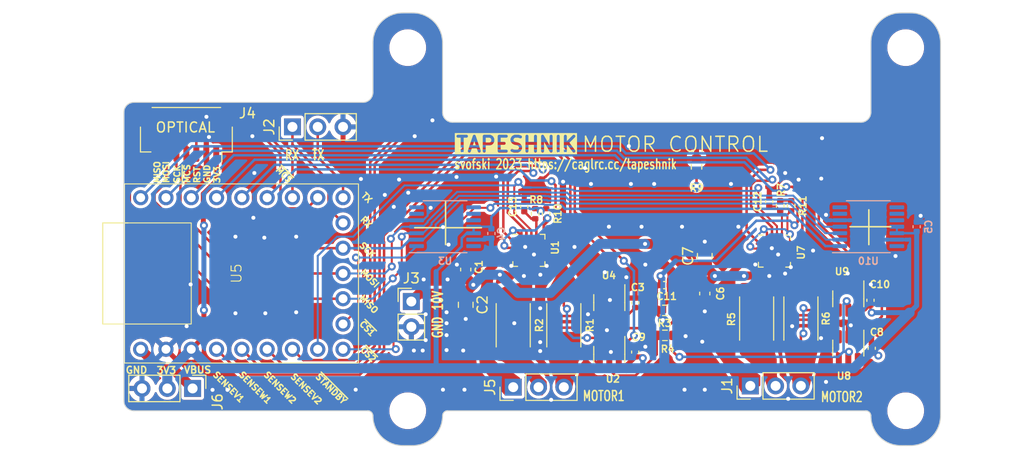
<source format=kicad_pcb>
(kicad_pcb (version 20221018) (generator pcbnew)
  (layers (0 "F.Cu" signal) (31 "B.Cu" signal) (34 "B.Paste" user) (35 "F.Paste" user) (36 "B.SilkS" user "B.Silkscreen") (37 "F.SilkS" user "F.Silkscreen") (38 "B.Mask" user) (39 "F.Mask" user) (44 "Edge.Cuts" user))
  (net 0 "")
  (net 1 "+9V")
  (net 2 "GND")
  (net 3 "+3V3")
  (net 4 "Net-(U1-OUTW)")
  (net 5 "Net-(J5-Pin_3)")
  (net 6 "Net-(U1-OUTV)")
  (net 7 "Net-(J5-Pin_2)")
  (net 8 "/CSREF")
  (net 9 "Net-(U7-OUTV)")
  (net 10 "Net-(J1-Pin_2)")
  (net 11 "Net-(U7-OUTW)")
  (net 12 "Net-(J1-Pin_3)")
  (net 13 "/PWM1_U")
  (net 14 "Net-(J5-Pin_1)")
  (net 15 "/PWM1_W")
  (net 16 "/PWM1_V")
  (net 17 "/SENSEW1")
  (net 18 "/MISO")
  (net 19 "/SCK")
  (net 20 "/~{SSI_CS1}")
  (net 21 "/SENSEV1")
  (net 22 "/5V_VBUS")
  (net 23 "/SENSEW2")
  (net 24 "/SENSEV2")
  (net 25 "/MOSI")
  (net 26 "/UART1_RX")
  (net 27 "/UART1_TX")
  (net 28 "/PMW3660_RESET")
  (net 29 "/~{SSI_CS2}")
  (net 30 "Net-(J1-Pin_1)")
  (net 31 "/~{PMW3660_CS}")
  (net 32 "/PWM2_V")
  (net 33 "/PWM2_W")
  (net 34 "/PWM2_U")
  (net 35 "Net-(U7-EN{slash}FAULT)")
  (net 36 "Net-(U1-EN{slash}FAULT)")
  (net 37 "/~{STANDBY}")
  (net 38 "Net-(U1-ENU)")
  (net 39 "Net-(U7-ENU)")
  (footprint "Package_TO_SOT_SMD:SOT-23-6" (layer "F.Cu") (at 145.24 107.6255 -90)
    (fp_text reference "U4")
    (fp_text value "INA181A1IDBVR" hide)
  )
  (footprint "Capacitor_SMD:C_0402_1005Metric" (layer "F.Cu") (at 171.463 107.394 90)
    (fp_text reference "C10")
    (fp_text value "0.1uF")
  )
  (footprint "Capacitor_SMD:C_0603_1608Metric" (layer "F.Cu") (at 130.823 104.305 90)
    (fp_text reference "C1")
    (fp_text value "2.2uF/16V")
  )
  (footprint "Capacitor_SMD:C_0402_1005Metric" (layer "F.Cu") (at 150.79 105.872)
    (fp_text reference "C11")
    (fp_text value "0.1uF")
  )
  (footprint "Connector_PinHeader_2.54mm:PinHeader_1x03_P2.54mm_Vertical" (layer "F.Cu") (at 113.424 89.967 90)
    (fp_text reference "J2")
    (fp_text value "Conn_01x03" hide)
  )
  (footprint "Resistor_SMD:R_2512_6332Metric" (layer "F.Cu") (at 160.033 109.2295 -90)
    (fp_text reference "R5")
    (fp_text value "0.033/1W")
  )
  (footprint "Package_TO_SOT_SMD:SOT-23-6" (layer "F.Cu") (at 145.24 112.8325 -90)
    (fp_text reference "U2")
    (fp_text value "INA181A1IDBVR" hide)
  )
  (footprint "Resistor_SMD:R_0603_1608Metric" (layer "F.Cu") (at 154 93.975 90)
    (fp_text reference "R9")
    (fp_text value "33K")
  )
  (footprint "Resistor_SMD:R_2512_6332Metric" (layer "F.Cu") (at 164.478 109.2295 -90)
    (fp_text reference "R6")
    (fp_text value "0.033/1W")
  )
  (footprint "Package_TO_SOT_SMD:SOT-23-6" (layer "F.Cu") (at 169.238 112.1975 -90)
    (fp_text reference "U8")
    (fp_text value "INA181A1IDBVR")
  )
  (footprint "Capacitor_SMD:C_0805_2012Metric" (layer "F.Cu") (at 130.823 107.85 -90)
    (fp_text reference "C2")
    (fp_text value "22uF/16V")
  )
  (footprint "Capacitor_SMD:C_0402_1005Metric" (layer "F.Cu") (at 171.59 112.22 90)
    (fp_text reference "C8")
    (fp_text value "0.1uF")
  )
  (footprint "Capacitor_SMD:C_0402_1005Metric" (layer "F.Cu") (at 161.3 97.48 90)
    (fp_text reference "C12")
    (fp_text value "10nF")
  )
  (footprint "Connector_PinHeader_2.54mm:PinHeader_1x02_P2.54mm_Vertical" (layer "F.Cu") (at 125.362 107.5184)
    (fp_text reference "J3")
    (fp_text value "Conn_01x02")
  )
  (footprint "Resistor_SMD:R_2512_6332Metric" (layer "F.Cu") (at 140.673 109.906 -90)
    (fp_text reference "R1")
    (fp_text value "0.033/1W")
  )
  (footprint "MountingHole:MountingHole_3.2mm_M3" (layer "F.Cu") (at 125 118.5)
    (fp_text reference "REF**" hide)
    (fp_text value "MountingHole_3.2mm_M3" hide)
  )
  (footprint "Capacitor_SMD:C_0402_1005Metric" (layer "F.Cu") (at 136.7 98 90)
    (fp_text reference "C13")
    (fp_text value "10nF")
  )
  (footprint "Resistor_SMD:R_0603_1608Metric" (layer "F.Cu") (at 150.825 110.922)
    (fp_text reference "R4")
    (fp_text value "3K3")
  )
  (footprint "RP2040-Zero:rp2040-zero" (layer "F.Cu") (at 108.304 104.699 90)
    (fp_text reference "U5")
    (fp_text value "RP2040-Zero")
  )
  (footprint "MountingHole:MountingHole_3.2mm_M3" (layer "F.Cu") (at 175 118.5)
    (fp_text reference "REF**" hide)
    (fp_text value "MountingHole_3.2mm_M3" hide)
  )
  (footprint "Connector_PinHeader_2.54mm:PinHeader_1x03_P2.54mm_Vertical" (layer "F.Cu") (at 135.593 116.129 90)
    (fp_text reference "J5")
    (fp_text value "Conn_01x03" hide)
  )
  (footprint "Capacitor_SMD:C_0805_2012Metric" (layer "F.Cu") (at 154.826 102.95 90)
    (fp_text reference "C7")
    (fp_text value "22uF/16V")
  )
  (footprint "Connector_PinHeader_2.54mm:PinHeader_1x03_P2.54mm_Vertical" (layer "F.Cu") (at 159.398 116.002 90)
    (fp_text reference "J1")
    (fp_text value "Conn_01x03" hide)
  )
  (footprint "MountingHole:MountingHole_3.2mm_M3" (layer "F.Cu") (at 125 82)
    (fp_text reference "REF**" hide)
    (fp_text value "MountingHole_3.2mm_M3" hide)
  )
  (footprint "Connector_JST:JST_SH_SM07B-SRSS-TB_1x07-1MP_P1.00mm_Horizontal" (layer "F.Cu") (at 102.774 90.699 180)
    (fp_text reference "J4")
    (fp_text value "Conn_01x07" hide)
  )
  (footprint "Resistor_SMD:R_2512_6332Metric" (layer "F.Cu") (at 135.593 109.906 -90)
    (fp_text reference "R2")
    (fp_text value "0.033/1W")
  )
  (footprint "MountingHole:MountingHole_3.2mm_M3" (layer "F.Cu") (at 175 82)
    (fp_text reference "REF**" hide)
    (fp_text value "MountingHole_3.2mm_M3" hide)
  )
  (footprint "Resistor_SMD:R_0603_1608Metric" (layer "F.Cu") (at 150.825 108.412)
    (fp_text reference "R3")
    (fp_text value "3K3")
  )
  (footprint "Package_TO_SOT_SMD:SOT-23-6" (layer "F.Cu") (at 169.238 107.2445 -90)
    (fp_text reference "U9")
    (fp_text value "INA181A1IDBVR")
  )
  (footprint "Resistor_SMD:R_0402_1005Metric" (layer "F.Cu") (at 137.8 98.69 -90)
    (fp_text reference "R8")
    (fp_text value "33K")
  )
  (footprint "Resistor_SMD:R_0402_1005Metric" (layer "F.Cu") (at 138.9 98.69 -90)
    (fp_text reference "R10")
    (fp_text value "3K3")
  )
  (footprint "Resistor_SMD:R_0402_1005Metric" (layer "F.Cu") (at 163.5 97.89 -90)
    (fp_text reference "R11")
    (fp_text value "3K3")
  )
  (footprint "Resistor_SMD:R_0402_1005Metric" (layer "F.Cu") (at 162.4 97.89 -90)
    (fp_text reference "R7")
    (fp_text value "33K")
  )
  (footprint "Capacitor_SMD:C_0603_1608Metric" (layer "F.Cu") (at 154.826 106.718 -90)
    (fp_text reference "C6")
    (fp_text value "2.2uF/16V")
  )
  (footprint "Package_DFN_QFN:VQFN-16-1EP_3x3mm_P0.5mm_EP1.8x1.8mm" (layer "F.Cu") (at 161.823 102.4495)
    (fp_text reference "U7")
    (fp_text value "STSPIN233")
  )
  (footprint "Capacitor_SMD:C_0402_1005Metric" (layer "F.Cu") (at 147.841 107.648 90)
    (fp_text reference "C3")
    (fp_text value "0.1uF")
  )
  (footprint "Capacitor_SMD:C_0402_1005Metric" (layer "F.Cu") (at 147.841 112.601 90)
    (fp_text reference "C9")
    (fp_text value "0.1uF")
  )
  (footprint "Connector_PinHeader_2.54mm:PinHeader_1x03_P2.54mm_Vertical" (layer "F.Cu") (at 103.4 116.256 -90)
    (fp_text reference "J6")
    (fp_text value "Conn_01x03" hide)
  )
  (footprint "Package_DFN_QFN:VQFN-16-1EP_3x3mm_P0.5mm_EP1.8x1.8mm" (layer "F.Cu") (at 137.1655 102.3765)
    (fp_text reference "U1")
    (fp_text value "STSPIN233")
  )
  (footprint "Package_SO:TSSOP-14_4.4x5mm_P0.65mm" (layer "B.Cu") (at 128.75 100)
    (fp_text reference "U3")
    (fp_text value "AS5047D")
  )
  (footprint "Capacitor_SMD:C_0402_1005Metric" (layer "B.Cu") (at 133.4 100.68 -90)
    (fp_text reference "C4")
    (fp_text value "0.1uF")
  )
  (footprint "Capacitor_SMD:C_0402_1005Metric" (layer "B.Cu") (at 176.1 100 90)
    (fp_text reference "C5")
    (fp_text value "0.1uF")
  )
  (footprint "Package_SO:TSSOP-14_4.4x5mm_P0.65mm" (layer "B.Cu") (at 171.25 100)
    (fp_text reference "U10")
    (fp_text value "AS5047D")
  )
  (gr_line (start 128.8 97.4) (end 128.8 101.8) (stroke (width 0.15)) (layer "F.SilkS"))
  (gr_line (start 169.4 100) (end 173.5 100) (stroke (width 0.15)) (layer "F.SilkS"))
  (gr_line (start 171.3 98.3) (end 171.3 101.8) (stroke (width 0.15)) (layer "F.SilkS"))
  (gr_line (start 125.7 100.1) (end 132.4 100.1) (stroke (width 0.15)) (layer "F.SilkS"))
  (gr_line (start 124.5 122) (end 125.5 122) (stroke (width 0.1)) (layer "Edge.Cuts"))
  (gr_arc (start 174.5 122) (mid 172.37868 121.12132) (end 171.5 119) (stroke (width 0.1)) (layer "Edge.Cuts"))
  (gr_arc (start 121.5 86.5) (mid 121.207107 87.207107) (end 120.5 87.5) (stroke (width 0.1)) (layer "Edge.Cuts"))
  (gr_line (start 128.5 119) (end 128.5 119) (stroke (width 0.1)) (layer "Edge.Cuts"))
  (gr_line (start 125.5 78.5) (end 124.5 78.5) (stroke (width 0.1)) (layer "Edge.Cuts"))
  (gr_line (start 120.5 87.5) (end 97.5 87.5) (stroke (width 0.1)) (layer "Edge.Cuts"))
  (gr_arc (start 121.5 81.5) (mid 122.37868 79.37868) (end 124.5 78.5) (stroke (width 0.1)) (layer "Edge.Cuts"))
  (gr_arc (start 128.5 119) (mid 127.62132 121.12132) (end 125.5 122) (stroke (width 0.1)) (layer "Edge.Cuts"))
  (gr_arc (start 128.5 119) (mid 128.646447 118.646447) (end 129 118.5) (stroke (width 0.1)) (layer "Edge.Cuts"))
  (gr_line (start 97.5 118.5) (end 121 118.5) (stroke (width 0.1)) (layer "Edge.Cuts"))
  (gr_arc (start 171 118.5) (mid 171.353553 118.646447) (end 171.5 119) (stroke (width 0.1)) (layer "Edge.Cuts"))
  (gr_line (start 128.5 88.5) (end 128.5 81.5) (stroke (width 0.1)) (layer "Edge.Cuts"))
  (gr_line (start 175.5 78.5) (end 174.5 78.5) (stroke (width 0.1)) (layer "Edge.Cuts"))
  (gr_line (start 129 118.5) (end 171 118.5) (stroke (width 0.1)) (layer "Edge.Cuts"))
  (gr_line (start 170.5 89.5) (end 129.5 89.5) (stroke (width 0.1)) (layer "Edge.Cuts"))
  (gr_arc (start 96.5 88.5) (mid 96.792893 87.792893) (end 97.5 87.5) (stroke (width 0.1)) (layer "Edge.Cuts"))
  (gr_arc (start 125.5 78.5) (mid 127.62132 79.37868) (end 128.5 81.5) (stroke (width 0.1)) (layer "Edge.Cuts"))
  (gr_line (start 178.5 119) (end 178.5 81.5) (stroke (width 0.1)) (layer "Edge.Cuts"))
  (gr_line (start 171.5 81.5) (end 171.5 88.5) (stroke (width 0.1)) (layer "Edge.Cuts"))
  (gr_arc (start 171.5 81.5) (mid 172.37868 79.37868) (end 174.5 78.5) (stroke (width 0.1)) (layer "Edge.Cuts"))
  (gr_arc (start 178.5 119) (mid 177.62132 121.12132) (end 175.5 122) (stroke (width 0.1)) (layer "Edge.Cuts"))
  (gr_arc (start 121 118.5) (mid 121.353553 118.646447) (end 121.5 119) (stroke (width 0.1)) (layer "Edge.Cuts"))
  (gr_arc (start 175.5 78.5) (mid 177.62132 79.37868) (end 178.5 81.5) (stroke (width 0.1)) (layer "Edge.Cuts"))
  (gr_line (start 171.5 119) (end 171.5 119) (stroke (width 0.1)) (layer "Edge.Cuts"))
  (gr_arc (start 124.5 122) (mid 122.37868 121.12132) (end 121.5 119) (stroke (width 0.1)) (layer "Edge.Cuts"))
  (gr_line (start 121.5 119) (end 121.5 119) (stroke (width 0.1)) (layer "Edge.Cuts"))
  (gr_arc (start 171.5 88.5) (mid 171.207107 89.207107) (end 170.5 89.5) (stroke (width 0.1)) (layer "Edge.Cuts"))
  (gr_arc (start 129.5 89.5) (mid 128.792893 89.207107) (end 128.5 88.5) (stroke (width 0.1)) (layer "Edge.Cuts"))
  (gr_line (start 96.5 88.5) (end 96.5 117.5) (stroke (width 0.1)) (layer "Edge.Cuts"))
  (gr_line (start 175 122) (end 175.5 122) (stroke (width 0.1)) (layer "Edge.Cuts"))
  (gr_line (start 174.5 122) (end 175 122) (stroke (width 0.1)) (layer "Edge.Cuts"))
  (gr_line (start 121.5 81.5) (end 121.5 86.5) (stroke (width 0.1)) (layer "Edge.Cuts"))
  (gr_arc (start 97.5 118.5) (mid 96.792893 118.207107) (end 96.5 117.5) (stroke (width 0.1)) (layer "Edge.Cuts"))
  (gr_text "MISO" (at 100.2 95.7 90) (layer "F.SilkS") (effects (font (size 0.6 0.6)) (justify left bottom)))
  (gr_text "~{CS2}" (at 120.1 112.4 315) (layer "F.SilkS") (effects (font (size 0.6 0.6)) (justify left bottom)))
  (gr_text "MISO" (at 120 107.2 315) (layer "F.SilkS") (effects (font (size 0.6 0.6)) (justify left bottom)))
  (gr_text "SENSEV1	" (at 105.3 114.9 315) (layer "F.SilkS") (effects (font (size 0.6 0.6)) (justify left bottom)))
  (gr_text "~{MCS}" (at 103.2 95.7 90) (layer "F.SilkS") (effects (font (size 0.6 0.6)) (justify left bottom)))
  (gr_text "3V3" (at 106.2 95.7 90) (layer "F.SilkS") (effects (font (size 0.6 0.6)) (justify left bottom)))
  (gr_text "MOTOR CONTROL" (at 142.4 92.6) (layer "F.SilkS") (effects (font (size 1.5 1.5)) (justify left bottom)))
  (gr_text "3V3" (at 99.7 114.85) (layer "F.SilkS") (effects (font (size 0.7 0.7)) (justify left bottom)))
  (gr_text "MOSI" (at 120.1 104.6 315) (layer "F.SilkS") (effects (font (size 0.6 0.6)) (justify left bottom)))
  (gr_text "SCK" (at 120 101.9 315) (layer "F.SilkS") (effects (font (size 0.6 0.6)) (justify left bottom)))
  (gr_text "~{STANDBY}" (at 115.6 115.1 315) (layer "F.SilkS") (effects (font (size 0.6 0.6)) (justify left bottom)))
  (gr_text "OPTICAL" (at 99.6 90.6) (layer "F.SilkS") (effects (font (size 1 1)) (justify left bottom)))
  (gr_text "SENSEW2" (at 110.4 114.9 315) (layer "F.SilkS") (effects (font (size 0.6 0.6)) (justify left bottom)))
  (gr_text "svofski 2023 https://caglrc.cc/tapeshnik" (at 129.6 94.3) (layer "F.SilkS") (effects (font (size 1 0.7)) (justify left bottom)))
  (gr_text "VBUS" (at 102.45 114.8) (layer "F.SilkS") (effects (font (size 0.7 0.7)) (justify left bottom)))
  (gr_text "RST" (at 104.2 95.7 90) (layer "F.SilkS") (effects (font (size 0.6 0.6)) (justify left bottom)))
  (gr_text "TAPESHNIK" (at 129.7 92.6) (layer "F.SilkS" knockout) (effects (font (size 1.5 1.5) (thickness 0.3) bold) (justify left bottom)))
  (gr_text "GND" (at 128.6 111.3 90) (layer "F.SilkS") (effects (font (size 1 0.7) (thickness 0.175) bold) (justify left bottom)))
  (gr_text "GND" (at 105.2 95.7 90) (layer "F.SilkS") (effects (font (size 0.6 0.6)) (justify left bottom)))
  (gr_text "SENSEW1" (at 107.9 114.9 315) (layer "F.SilkS") (effects (font (size 0.6 0.6)) (justify left bottom)))
  (gr_text "GND" (at 96.6 114.826) (layer "F.SilkS") (effects (font (size 0.7 0.7)) (justify left bottom)))
  (gr_text "MOTOR2" (at 166.4 117.7) (layer "F.SilkS") (effects (font (size 1 0.7)) (justify left bottom)))
  (gr_text "10V" (at 128.6 108.5 90) (layer "F.SilkS") (effects (font (size 1 0.7) (thickness 0.175) bold) (justify left bottom)))
  (gr_text "SCK" (at 102.2 95.7 90) (layer "F.SilkS") (effects (font (size 0.6 0.6)) (justify left bottom)))
  (gr_text "~{CS1}" (at 120 109.8 315) (layer "F.SilkS") (effects (font (size 0.6 0.6)) (justify left bottom)))
  (gr_text "~{MCS}" (at 111.6 94.3 315) (layer "F.SilkS") (effects (font (size 0.6 0.6)) (justify left bottom)))
  (gr_text "MOSI" (at 101.1 95.7 90) (layer "F.SilkS") (effects (font (size 0.6 0.6)) (justify left bottom)))
  (gr_text "RX" (at 120.1 99.3 315) (layer "F.SilkS") (effects (font (size 0.6 0.6)) (justify left bottom)))
  (gr_text "SENSEV2" (at 113.1 115.1 315) (layer "F.SilkS") (effects (font (size 0.6 0.6)) (justify left bottom)))
  (gr_text "TX" (at 120.2 96.9 315) (layer "F.SilkS") (effects (font (size 0.6 0.6)) (justify left bottom)))
  (gr_text "RX" (at 112.6 93.4) (layer "F.SilkS") (effects (font (size 1 0.7)) (justify left bottom)))
  (gr_text "MOTOR1" (at 142.5 117.6) (layer "F.SilkS") (effects (font (size 1 0.7)) (justify left bottom)))
  (gr_text "TX" (at 115.3 93.4) (layer "F.SilkS") (effects (font (size 1 0.7)) (justify left bottom)))
  (segment (start 154.852 105.943) (end 155.842 104.953) (width 1) (layer "F.Cu") (net 1))
  (segment (start 154.826 104.064) (end 154.953 104.064) (width 1) (layer "F.Cu") (net 1))
  (segment (start 130.823 106.604) (end 131.585 105.842) (width 1) (layer "F.Cu") (net 1))
  (segment (start 154.826 105.943) (end 154.852 105.943) (width 1) (layer "F.Cu") (net 1))
  (segment (start 136.4155 104.050195) (end 135.639695 104.826) (width 0.25) (layer "F.Cu") (net 1))
  (segment (start 152.8448 104.064) (end 150.508 101.7272) (width 1) (layer "F.Cu") (net 1))
  (segment (start 135.639695 104.826) (end 134.45 104.826) (width 0.25) (layer "F.Cu") (net 1))
  (segment (start 125.362 107.5184) (end 126.1494 106.731) (width 1) (layer "F.Cu") (net 1))
  (segment (start 155.842 104.953) (end 155.715 104.953) (width 0.25) (layer "F.Cu") (net 1))
  (segment (start 136.4155 103.864) (end 136.4155 104.050195) (width 0.25) (layer "F.Cu") (net 1))
  (segment (start 130.823 106.731) (end 130.823 106.604) (width 1) (layer "F.Cu") (net 1))
  (segment (start 131.585 105.842) (end 131.585 105.969) (width 0.25) (layer "F.Cu") (net 1))
  (segment (start 154.953 104.064) (end 155.842 104.953) (width 1) (layer "F.Cu") (net 1))
  (segment (start 130.823 105.08) (end 131.585 105.842) (width 1) (layer "F.Cu") (net 1))
  (segment (start 126.1494 106.731) (end 130.823 106.731) (width 1) (layer "F.Cu") (net 1))
  (segment (start 154.826 104.064) (end 152.8448 104.064) (width 1) (layer "F.Cu") (net 1))
  (segment (start 150.508 101.7272) (end 148.8316 101.7272) (width 1) (layer "F.Cu") (net 1))
  (segment (start 134.45 104.826) (end 134.252 104.826) (width 0.25) (layer "F.Cu") (net 1))
  (via (at 155.842 104.953) (size 0.8) (drill 0.4) (layers "F.Cu" "B.Cu") (net 1))
  (via (at 148.8316 101.7272) (size 0.8) (drill 0.4) (layers "F.Cu" "B.Cu") (net 1))
  (via (at 131.585 105.842) (size 0.8) (drill 0.4) (layers "F.Cu" "B.Cu") (net 1))
  (via (at 134.252 104.826) (size 0.8) (drill 0.4) (layers "F.Cu" "B.Cu") (net 1))
  (via (at 158.763 104.953) (size 0.8) (drill 0.4) (layers "F.Cu" "B.Cu") (net 1))
  (segment (start 148.8316 101.7272) (end 144.2596 101.7272) (width 1) (layer "B.Cu") (net 1))
  (segment (start 132.601 104.826) (end 134.252 104.826) (width 1) (layer "B.Cu") (net 1))
  (segment (start 131.585 105.842) (end 132.601 104.826) (width 1) (layer "B.Cu") (net 1))
  (segment (start 139.332 106.6548) (end 136.0808 106.6548) (width 1) (layer "B.Cu") (net 1))
  (segment (start 144.2596 101.7272) (end 139.332 106.6548) (width 1) (layer "B.Cu") (net 1))
  (segment (start 136.0808 106.6548) (end 134.252 104.826) (width 1) (layer "B.Cu") (net 1))
  (segment (start 155.842 104.953) (end 158.763 104.953) (width 1) (layer "B.Cu") (net 1))
  (segment (start 166.5 111.2) (end 165.3 110) (width 0.25) (layer "F.Cu") (net 2))
  (segment (start 162.478 114.880299) (end 163.2 115.602299) (width 0.25) (layer "F.Cu") (net 2))
  (segment (start 142.4 109.5) (end 143.1 108.8) (width 0.25) (layer "F.Cu") (net 2))
  (segment (start 164.436058 95.268292) (end 164.248808 95.268292) (width 1) (layer "F.Cu") (net 2))
  (segment (start 161.823 102.425) (end 161.557 102.159) (width 0.25) (layer "F.Cu") (net 2))
  (segment (start 161.073 103.1995) (end 161.823 102.4495) (width 0.25) (layer "F.Cu") (net 2))
  (segment (start 145.24 111.695) (end 145.24 110.64) (width 0.2) (layer "F.Cu") (net 2))
  (segment (start 136.7 97.099924) (end 138.813877 94.986047) (width 0.25) (layer "F.Cu") (net 2))
  (segment (start 139.431367 93.5636) (end 139.217767 93.35) (width 0.5) (layer "F.Cu") (net 2))
  (segment (start 136.9155 103.864) (end 136.9155 102.6265) (width 0.25) (layer "F.Cu") (net 2))
  (segment (start 165.3 110) (end 163.6 110) (width 0.25) (layer "F.Cu") (net 2))
  (segment (start 162.573 103.1995) (end 161.823 102.4495) (width 0.25) (layer "F.Cu") (net 2))
  (segment (start 127.4 89.386905) (end 127.480889 89.306016) (width 0.25) (layer "F.Cu") (net 2))
  (segment (start 139.4 115.4) (end 139.4 117.4) (width 0.25) (layer "F.Cu") (net 2))
  (segment (start 137.9155 103.1265) (end 137.1655 102.3765) (width 0.25) (layer "F.Cu") (net 2))
  (segment (start 141.745 102.032) (end 140.6 100.887) (width 0.5) (layer "F.Cu") (net 2))
  (segment (start 138.3 112.5) (end 138.3 114.3) (width 0.25) (layer "F.Cu") (net 2))
  (segment (start 148.5 93.2) (end 148.55 93.15) (width 0.25) (layer "F.Cu") (net 2))
  (segment (start 145.24 112.435278) (end 145.396522 112.5918) (width 0.25) (layer "F.Cu") (net 2))
  (segment (start 136.9155 102.6265) (end 137.1655 102.3765) (width 0.25) (layer "F.Cu") (net 2))
  (segment (start 161.573 104.683) (end 161.303 104.953) (width 0.25) (layer "F.Cu") (net 2))
  (segment (start 145.24 105.019) (end 144.793 104.572) (width 0.2) (layer "F.Cu") (net 2))
  (segment locked (start 127.786396 89.986396) (end 165.25 89.986396) (width 0.25) (layer "F.Cu") (net 2))
  (segment (start 167 115.6) (end 167 111.7) (width 0.25) (layer "F.Cu") (net 2))
  (segment (start 123.6 97.7) (end 122.7 96.8) (width 0.5) (layer "F.Cu") (net 2))
  (segment (start 152.822 110.922) (end 152.9 111) (width 0.5) (layer "F.Cu") (net 2))
  (segment (start 145.612222 112.8075) (end 146.970114 112.8075) (width 0.5) (layer "F.Cu") (net 2))
  (segment (start 130.823 108.281) (end 130.823 109.271) (width 0.25) (layer "F.Cu") (net 2))
  (segment (start 137.1655 102.3765) (end 137.256001 102.3765) (width 0.25) (layer "F.Cu") (net 2))
  (segment (start 135.678 103.1265) (end 136.4155 103.1265) (width 0.25) (layer "F.Cu") (net 2))
  (segment (start 161.776914 93.614824) (end 161.718519 93.556429) (width 0.25) (layer "F.Cu") (net 2))
  (segment (start 140.6 94.771583) (end 140.605901 94.765682) (width 0.5) (layer "F.Cu") (net 2))
  (segment (start 161.823 102.4495) (end 161.823 102.425) (width 0.25) (layer "F.Cu") (net 2))
  (segment (start 169.238 104.76) (end 169.177 104.699) (width 0.25) (layer "F.Cu") (net 2))
  (segment (start 138.853481 94.972785) (end 139.278176 94.54809) (width 0.25) (layer "F.Cu") (net 2))
  (segment (start 145.24 106.488) (end 145.24 107.305) (width 0.25) (layer "F.Cu") (net 2))
  (segment (start 151.65 110.922) (end 152.822 110.922) (width 0.5) (layer "F.Cu") (net 2))
  (segment (start 138.298 108.198) (end 138.3 108.2) (width 1) (layer "F.Cu") (net 2))
  (segment (start 147.021028 107.168) (end 147.841 107.168) (width 0.5) (layer "F.Cu") (net 2))
  (segment (start 165.7 102.4) (end 165.45 102.15) (width 1) (layer "F.Cu") (net 2))
  (segment (start 173.9776 102.9464) (end 173.9776 102.794) (width 0.5) (layer "F.Cu") (net 2))
  (segment (start 123.6 98) (end 123.6 97.7) (width 0.5) (layer "F.Cu") (net 2))
  (segment (start 163.6 110) (end 162.478 111.122) (width 0.25) (layer "F.Cu") (net 2))
  (segment (start 145.396522 112.5918) (end 145.612222 112.8075) (width 0.5) (layer "F.Cu") (net 2))
  (segment (start 167 111.7) (end 166.5 111.2) (width 0.25) (layer "F.Cu") (net 2))
  (segment (start 138.3 111.6) (end 138.3 112.5) (width 0.25) (layer "F.Cu") (net 2))
  (segment (start 147.785 112.121) (end 147.841 112.121) (width 0.25) (layer "F.Cu") (net 2))
  (segment (start 159.601061 93.556429) (end 157.45749 95.7) (width 0.25) (layer "F.Cu") (net 2))
  (segment (start 140.605901 94.765682) (end 140.605901 94.061518) (width 0.5) (layer "F.Cu") (net 2))
  (segment (start 109.6 99) (end 109.6 94.6) (width 0.5) (layer "F.Cu") (net 2))
  (segment (start 145.301 107.366) (end 145.5355 107.6005) (width 0.5) (layer "F.Cu") (net 2))
  (segment (start 139.872116 93.927808) (end 140.472192 93.927808) (width 0.25) (layer "F.Cu") (net 2))
  (segment (start 162.616915 103.980915) (end 162.616915 104.434665) (width 0.25) (layer "F.Cu") (net 2))
  (segment (start 161.823 102.4495) (end 161.8475 102.4495) (width 0.25) (layer "F.Cu") (net 2))
  (segment (start 135.489671 93.35) (end 139.217767 93.35) (width 0.25) (layer "F.Cu") (net 2))
  (segment (start 138.298 104.844) (end 138.298 108.198) (width 1) (layer "F.Cu") (net 2))
  (segment (start 160.3355 103.3645) (end 159.9 103.8) (width 0.25) (layer "F.Cu") (net 2))
  (segment (start 161.573 103.937) (end 161.573 104.683) (width 0.25) (layer "F.Cu") (net 2))
  (segment (start 165.25 89.986396) (end 166.363604 91.1) (width 0.25) (layer "F.Cu") (net 2))
  (segment (start 145.24 111.695) (end 145.24 112.435278) (width 0.25) (layer "F.Cu") (net 2))
  (segment (start 138.817713 94.986047) (end 138.830975 94.972785) (width 0.25) (layer "F.Cu") (net 2))
  (segment (start 105.042 90.983) (end 105.133 91.074) (width 0.5) (layer "F.Cu") (net 2))
  (segment (start 137.9155 103.864) (end 138.878 103.864) (width 0.2) (layer "F.Cu") (net 2))
  (segment (start 126.4 93.190812) (end 124.330365 95.260447) (width 0.5) (layer "F.Cu") (net 2))
  (segment (start 177.6 83.9) (end 177.6 84.1) (width 0.25) (layer "F.Cu") (net 2))
  (segment (start 133.878401 94.96127) (end 129.93873 94.96127) (width 0.25) (layer "F.Cu") (net 2))
  (segment (start 136.7 97.52) (end 136.7 97.099924) (width 0.25) (layer "F.Cu") (net 2))
  (segment (start 104.774 91.251) (end 105.042 90.983) (width 0.5) (layer "F.Cu") (net 2))
  (segment (start 138.316 104.826) (end 138.298 104.844) (width 1) (layer "F.Cu") (net 2))
  (segment (start 127.4 89.6) (end 127.4 89.386905) (width 0.25) (layer "F.Cu") (net 2))
  (segment (start 130.823 103.53) (end 130.214 103.53) (width 0.25) (layer "F.Cu") (net 2))
  (segment (start 148.5 93.2) (end 149.74401 94.44401) (width 0.5) (layer "F.Cu") (net 2))
  (segment (start 154.826 102.514) (end 154.826 101.651) (width 0.25) (layer "F.Cu") (net 2))
  (segment (start 140.472192 93.927808) (end 140.107983 93.5636) (width 0.5) (layer "F.Cu") (net 2))
  (segment (start 136.9155 103.864) (end 136.9155 104.7025) (width 0.25) (layer "F.Cu") (net 2))
  (segment (start 138.653 103.1265) (end 138.006001 103.1265) (width 0.25) (layer "F.Cu") (net 2))
  (segment (start 140.107983 93.5636) (end 139.431367 93.5636) (width 0.5) (layer "F.Cu") (net 2))
  (segment (start 154.826 107.493) (end 154.826 108.509) (width 0.25) (layer "F.Cu") (net 2))
  (segment (start 160.3355 103.1995) (end 160.3355 103.3645) (width 0.25) (layer "F.Cu") (net 2))
  (segment (start 137.256001 102.3765) (end 137.674548 102.795047) (width 0.25) (layer "F.Cu") (net 2))
  (segment (start 109.226 91.074) (end 109.4 90.9) (width 0.5) (layer "F.Cu") (net 2))
  (segment (start 148.55 93.15) (end 154 93.15) (width 0.25) (layer "F.Cu") (net 2))
  (segment (start 126.4 91.6) (end 126.4 93.190812) (width 0.5) (layer "F.Cu") (net 2))
  (segment (start 163.3105 103.1995) (end 163.3105 103.9125) (width 0.25) (layer "F.Cu") (net 2))
  (segment (start 163.3105 103.9125) (end 163.462 104.064) (width 0.25) (layer "F.Cu") (net 2))
  (segment (start 161.3 97) (end 161.3 96.6) (width 0.25) (layer "F.Cu") (net 2))
  (segment (start 138.878 103.864) (end 138.951 103.937) (width 0.2) (layer "F.Cu") (net 2))
  (segment (start 137.1365 102.3765) (end 136.792 102.032) (width 0.25) (layer "F.Cu") (net 2))
  (segment (start 162.478 111.122) (end 162.478 114.880299) (width 0.25) (layer "F.Cu") (net 2))
  (segment (start 171.463 106.914) (end 171.463 105.837) (width 0.5) (layer "F.Cu") (net 2))
  (segment (start 124.330365 95.260447) (end 124.131417 95.260447) (width 0.5) (layer "F.Cu") (net 2))
  (segment (start 163.3105 103.1995) (end 162.573 103.1995) (width 0.25) (layer "F.Cu") (net 2))
  (segment (start 137.1655 102.3765) (end 137.1365 102.3765) (width 0.25) (layer "F.Cu") (net 2))
  (segment (start 147.2 91.9) (end 148.5 93.2) (width 0.5) (layer "F.Cu") (net 2))
  (segment (start 125.7 90.9) (end 126.4 91.6) (width 0.5) (layer "F.Cu") (net 2))
  (segment (start 160.3355 103.1995) (end 161.073 103.1995) (width 0.25) (layer "F.Cu") (net 2))
  (segment (start 169.238 106.107) (end 169.238 104.76) (width 0.25) (layer "F.Cu") (net 2))
  (segment (start 125.7 90.9) (end 126.347353 91.547353) (width 0.5) (layer "F.Cu") (net 2))
  (segment (start 135.9 109.5) (end 142.4 109.5) (width 0.25) (layer "F.Cu") (net 2))
  (segment (start 136.4155 103.1265) (end 137.1655 102.3765) (width 0.25) (layer "F.Cu") (net 2))
  (segment (start 137.9155 103.864) (end 137.9155 103.1265) (width 0.25) (layer "F.Cu") (net 2))
  (segment (start 138.653 103.639) (end 138.951 103.937) (width 0.25) (layer "F.Cu") (net 2))
  (segment (start 177.6 84.1) (end 177.5 84.2) (width 0.25) (layer "F.Cu") (net 2))
  (segment (start 138.830975 94.972785) (end 138.853481 94.972785) (width 0.25) (layer "F.Cu") (net 2))
  (segment (start 135.678 103.654) (end 135.395 103.937) (width 0.25) (layer "F.Cu") (net 2))
  (segment (start 129.93873 94.96127) (end 129.9 95) (width 0.25) (layer "F.Cu") (net 2))
  (segment (start 146.588528 107.6005) (end 147.021028 107.168) (width 0.5) (layer "F.Cu") (net 2))
  (segment (start 161.914824 93.614824) (end 161.776914 93.614824) (width 0.25) (layer "F.Cu") (net 2))
  (segment (start 139.278176 94.54809) (end 139.278176 94.521748) (width 0.25) (layer "F.Cu") (net 2))
  (segment (start 148.801 112.121) (end 148.857 112.065) (width 0.5) (layer "F.Cu") (net 2))
  (segment (start 161.573 103.937) (end 161.573 102.6995) (width 0.25) (layer "F.Cu") (net 2))
  (segment (start 162.9 94.6) (end 161.914824 93.614824) (width 0.25) (layer "F.Cu") (net 2))
  (segment (start 140.6 95.475) (end 140.6 94.771583) (width 0.5) (layer "F.Cu") (net 2))
  (segment (start 145.5355 107.6005) (end 146.588528 107.6005) (width 0.5) (layer "F.Cu") (net 2))
  (segment (start 140.605901 94.061518) (end 140.472192 93.927808) (width 0.5) (layer "F.Cu") (net 2))
  (segment (start 135.7 109.7) (end 135.9 109.5) (width 0.25) (layer "F.Cu") (net 2))
  (segment (start 149.74401 94.44401) (end 149.74401 95.7) (width 0.5) (layer "F.Cu") (net 2))
  (segment (start 162.616915 104.434665) (end 162.891915 104.709665) (width 0.25) (layer "F.Cu") (net 2))
  (segment (start 161.718519 93.556429) (end 159.601061 93.556429) (width 0.25) (layer "F.Cu") (net 2))
  (segment (start 162.573 103.937) (end 162.616915 103.980915) (width 0.25) (layer "F.Cu") (net 2))
  (segment (start 162.9 95) (end 162.9 94.6) (width 0.25) (layer "F.Cu") (net 2))
  (segment (start 139.278176 94.521748) (end 139.872116 93.927808) (width 0.25) (layer "F.Cu") (net 2))
  (segment (start 169.238 110.161094) (end 169.488441 109.910653) (width 0.25) (layer "F.Cu") (net 2))
  (segment (start 163.335 103.937) (end 163.462 104.064) (width 0.25) (layer "F.Cu") (net 2))
  (segment (start 165.45 102.15) (end 165.45 96.282234) (width 1) (layer "F.Cu") (net 2))
  (segment (start 147.656614 112.121) (end 147.841 112.121) (width 0.5) (layer "F.Cu") (net 2))
  (segment (start 138.3 114.3) (end 139.4 115.4) (width 0.25) (layer "F.Cu") (net 2))
  (segment (start 138.813877 94.986047) (end 138.817713 94.986047) (width 0.25) (layer "F.Cu") (net 2))
  (segment (start 140.6 100.887) (end 140.6 95.475) (width 0.5) (layer "F.Cu") (net 2))
  (segment (start 171.463 105.837) (end 171.5 105.8) (width 0.5) (layer "F.Cu") (net 2))
  (segment (start 126.347353 91.547353) (end 146.847353 91.547353) (width 0.5) (layer "F.Cu") (net 2))
  (segment (start 146.970114 112.8075) (end 147.656614 112.121) (width 0.5) (layer "F.Cu") (net 2))
  (segment (start 104.774 92.699) (end 104.774 91.251) (width 0.5) (layer "F.Cu") (net 2))
  (segment (start 167 95.640202) (end 166.521899 95.162101) (width 0.5) (layer "F.Cu") (net 2))
  (segment (start 161.3 96.6) (end 162.9 95) (width 0.25) (layer "F.Cu") (net 2))
  (segment (start 136.9155 104.7025) (end 136.665 104.953) (width 0.25) (layer "F.Cu") (net 2))
  (segment (start 145.24 106.488) (end 145.24 105.019) (width 0.2) (layer "F.Cu") (net 2))
  (segment (start 169.238 111.06) (end 169.238 110.161094) (width 0.25) (layer "F.Cu") (net 2))
  (segment (start 161.573 102.6995) (end 161.823 102.4495) (width 0.25) (layer "F.Cu") (net 2))
  (segment (start 163.2 115.602299) (end 163.2 117.3) (width 0.25) (layer "F.Cu") (net 2))
  (segment (start 127.786396 89.986396) (end 127.4 89.6) (width 0.25) (layer "F.Cu") (net 2))
  (segment (start 138.653 103.1265) (end 138.653 103.639) (width 0.25) (layer "F.Cu") (net 2))
  (segment (start 145.24 110.64) (end 145 110.4) (width 0.2) (layer "F.Cu") (net 2))
  (segment (start 145.24 107.305) (end 145.301 107.366) (width 0.25) (layer "F.Cu") (net 2))
  (segment (start 146.847353 91.547353) (end 147.2 91.9) (width 0.5) (layer "F.Cu") (net 2))
  (segment (start 147.841 112.121) (end 148.801 112.121) (width 0.5) (layer "F.Cu") (net 2))
  (segment (start 130.214 103.53) (end 129.934 103.81) (width 0.25) (layer "F.Cu") (net 2))
  (segment (start 135.489671 93.35) (end 133.878401 94.96127) (width 0.5) (layer "F.Cu") (net 2))
  (segment (start 166.363604 91.1) (end 166.6 91.1) (width 0.25) (layer "F.Cu") (net 2))
  (segment (start 145.4105 107.4755) (end 145.301 107.366) (width 0.25) (layer "F.Cu") (net 2))
  (segment (start 135.678 103.1265) (end 135.678 103.654) (width 0.25) (layer "F.Cu") (net 2))
  (segment (start 109.5 99.1) (end 109.6 99) (width 0.5) (layer "F.Cu") (net 2))
  (segment (start 137.9155 104.4255) (end 138.316 104.826) (width 0.25) (layer "F.Cu") (net 2))
  (segment (start 165.45 96.282234) (end 164.436058 95.268292) (width 1) (layer "F.Cu") (net 2))
  (segment (start 138.006001 103.1265) (end 137.674548 102.795047) (width 0.25) (layer "F.Cu") (net 2))
  (segment (start 162.573 103.937) (end 162.573 103.1995) (width 0.25) (layer "F.Cu") (net 2))
  (segment (start 105.133 91.074) (end 109.226 91.074) (width 0.5) (layer "F.Cu") (net 2))
  (segment (start 167 98.804952) (end 167 95.640202) (width 0.5) (layer "F.Cu") (net 2))
  (segment (start 137.9155 103.864) (end 137.9155 104.4255) (width 0.25) (layer "F.Cu") (net 2))
  (segment (start 161.8475 102.4495) (end 162.192 102.794) (width 0.25) (layer "F.Cu") (net 2))
  (via (at 128.9 108.6) (size 0.8) (drill 0.4) (layers "F.Cu" "B.Cu") (net 2))
  (via (at 113.8 101) (size 0.8) (drill 0.4) (layers "F.Cu" "B.Cu") (net 2))
  (via (at 163.462 104.064) (size 0.8) (drill 0.4) (layers "F.Cu" "B.Cu") (net 2))
  (via (at 126.8 111.4) (size 0.8) (drill 0.4) (layers "F.Cu" "B.Cu") (net 2))
  (via (at 163.2 117.3) (size 0.8) (drill 0.4) (layers "F.Cu" "B.Cu") (net 2))
  (via (at 176.5 98.9) (size 0.8) (drill 0.4) (layers "F.Cu" "B.Cu") (net 2))
  (via (at 135.395 103.937) (size 0.8) (drill 0.4) (layers "F.Cu" "B.Cu") (net 2))
  (via (at 130.823 109.271) (size 0.8) (drill 0.4) (layers "F.Cu" "B.Cu") (net 2))
  (via (at 147.2 91.9) (size 0.8) (drill 0.4) (layers "F.Cu" "B.Cu") (net 2))
  (via (at 141.745 102.032) (size 0.8) (drill 0.4) (layers "F.Cu" "B.Cu") (net 2))
  (via (at 154.572 111.557) (size 0.8) (drill 0.4) (layers "F.Cu" "B.Cu") (net 2))
  (via (at 159.9 103.8) (size 0.8) (drill 0.4) (layers "F.Cu" "B.Cu") (net 2))
  (via (at 169.488441 109.910653) (size 0.8) (drill 0.4) (layers "F.Cu" "B.Cu") (net 2))
  (via (at 105.4 116.4) (size 0.8) (drill 0.4) (layers "F.Cu" "B.Cu") (net 2))
  (via (at 127.480889 89.306016) (size 0.8) (drill 0.4) (layers "F.Cu" "B.Cu") (net 2))
  (via (at 135.7 109.7) (size 0.8) (drill 0.4) (layers "F.Cu" "B.Cu") (net 2))
  (via (at 102.8 110) (size 0.8) (drill 0.4) (layers "F.Cu" "B.Cu") (net 2))
  (via (at 129 105.3) (size 0.8) (drill 0.4) (layers "F.Cu" "B.Cu") (net 2))
  (via (at 152.54 100) (size 0.8) (drill 0.4) (layers "F.Cu" "B.Cu") (net 2))
  (via (at 162.9 94.6) (size 0.8) (drill 0.4) (layers "F.Cu" "B.Cu") (net 2))
  (via (at 103.2 105.8) (size 0.8) (drill 0.4) (layers "F.Cu" "B.Cu") (net 2))
  (via (at 122.7 96.8) (size 0.8) (drill 0.4) (layers "F.Cu" "B.Cu") (net 2))
  (via (at 120.3 95.2) (size 0.8) (drill 0.4) (layers "F.Cu" "B.Cu") (net 2))
  (via (at 161.557 102.159) (size 0.8) (drill 0.4) (layers "F.Cu" "B.Cu") (net 2))
  (via (at 148.857 112.065) (size 0.8) (drill 0.4) (layers "F.Cu" "B.Cu") (net 2))
  (via (at 136.665 104.953) (size 0.8) (drill 0.4) (layers "F.Cu" "B.Cu") (net 2))
  (via (at 162.192 102.794) (size 0.8) (drill 0.4) (layers "F.Cu" "B.Cu") (net 2))
  (via (at 126.8 108.8) (size 0.8) (drill 0.4) (layers "F.Cu" "B.Cu") (net 2))
  (via (at 152.9 111) (size 0.8) (drill 0.4) (layers "F.Cu" "B.Cu") (net 2))
  (via (at 125.616 112.446) (size 0.8) (drill 0.4) (layers "F.Cu" "B.Cu") (net 2))
  (via (at 148.857 103.81) (size 0.8) (drill 0.4) (layers "F.Cu" "B.Cu") (net 2))
  (via (at 107.7 101) (size 0.8) (drill 0.4) (layers "F.Cu" "B.Cu") (net 2))
  (via (at 165.7 102.4) (size 0.8) (drill 0.4) (layers "F.Cu" "B.Cu") (net 2))
  (via (at 128.537 116.383) (size 0.8) (drill 0.4) (layers "F.Cu" "B.Cu") (net 2))
  (via (at 138.316 104.826) (size 0.8) (drill 0.4) (layers "F.Cu" "B.Cu") (net 2))
  (via (at 154.826 101.5) (size 0.8) (drill 0.4) (layers "F.Cu" "B.Cu") (net 2))
  (via (at 128.9 109.7) (size 0.8) (drill 0.4) (layers "F.Cu" "B.Cu") (net 2))
  (via (at 140.6 95.475) (size 0.8) (drill 0.4) (layers "F.Cu" "B.Cu") (net 2))
  (via (at 128.542988 100.034705) (size 0.8) (drill 0.4) (layers "F.Cu" "B.Cu") (net 2))
  (via (at 106.9 116.4) (size 0.8) (drill 0.4) (layers "F.Cu" "B.Cu") (net 2))
  (via (at 167 98.804952) (size 0.8) (drill 0.4) (layers "F.Cu" "B.Cu") (net 2))
  (via (at 105.042 90.983) (size 0.8) (drill 0.4) (layers "F.Cu" "B.Cu") (net 2))
  (via (at 158.2 100) (size 0.8) (drill 0.4) (layers "F.Cu" "B.Cu") (net 2))
  (via (at 161.303 104.953) (size 0.8) (drill 0.4) (layers "F.Cu" "B.Cu") (net 2))
  (via (at 145.396522 112.5918) (size 0.8) (drill 0.4) (layers "F.Cu" "B.Cu") (net 2))
  (via (at 137.674548 102.795047) (size 0.8) (drill 0.4) (layers "F.Cu" "B.Cu") (net 2))
  (via (at 157.45749 95.7) (size 0.8) (drill 0.4) (layers "F.Cu" "B.Cu") (net 2))
  (via (at 107.7 108.7) (size 0.8) (drill 0.4) (layers "F.Cu" "B.Cu") (net 2))
  (via (at 166.6 91.1) (size 0.8) (drill 0.4) (layers "F.Cu" "B.Cu") (net 2))
  (via (at 124.131417 95.260447) (size 0.8) (drill 0.4) (layers "F.Cu" "B.Cu") (net 2))
  (via (at 163.6 110) (size 0.8) (drill 0.4) (layers "F.Cu" "B.Cu") (net 2))
  (via (at 167 115.6) (size 0.8) (drill 0.4) (layers "F.Cu" "B.Cu") (net 2))
  (via (at 133.878401 94.96127) (size 0.8) (drill 0.4) (layers "F.Cu" "B.Cu") (net 2))
  (via (at 126.505 112.446) (size 0.8) (drill 0.4) (layers "F.Cu" "B.Cu") (net 2))
  (via (at 171.5 105.8) (size 0.8) (drill 0.4) (layers "F.Cu" "B.Cu") (net 2))
  (via (at 130.569 112.446) (size 0.8) (drill 0.4) (layers "F.Cu" "B.Cu") (net 2))
  (via (at 128.9 112.4) (size 0.8) (drill 0.4) (layers "F.Cu" "B.Cu") (net 2))
  (via (at 146.952 105.08) (size 0.8) (drill 0.4) (layers "F.Cu" "B.Cu") (net 2))
  (via (at 129.9 95) (size 0.8) (drill 0.4) (layers "F.Cu" "B.Cu") (net 2))
  (via (at 145.301 107.366) (size 0.8) (drill 0.4) (layers "F.Cu" "B.Cu") (net 2))
  (via (at 173.9776 102.9464) (size 0.8) (drill 0.4) (layers "F.Cu" "B.Cu") (net 2))
  (via (at 147.4097 95.7) (size 0.8) (drill 0.4) (layers "F.Cu" "B.Cu") (net 2))
  (via (at 149.74401 95.7) (size 0.8) (drill 0.4) (layers "F.Cu" "B.Cu") (net 2))
  (via (at 152.794 116.383) (size 0.8) (drill 0.4) (layers "F.Cu" "B.Cu") (net 2))
  (via (at 144.793 104.572) (size 0.8) (drill 0.4) (layers "F.Cu" "B.Cu") (net 2))
  (via (at 154.826 116.383) (size 0.8) (drill 0.4) (layers "F.Cu" "B.Cu") (net 2))
  (via (at 139.4 117.4) (size 0.8) (drill 0.4) (layers "F.Cu" "B.Cu") (net 2))
  (via (at 169.177 104.699) (size 0.8) (drill 0.4) (layers "F.Cu" "B.Cu") (net 2))
  (via (at 142.8 94.1) (size 0.8) (drill 0.4) (layers "F.Cu" "B.Cu") (net 2))
  (via (at 154.826 108.509) (size 0.8) (drill 0.4) (layers "F.Cu" "B.Cu") (net 2))
  (via (at 143.1 108.8) (size 0.8) (drill 0.4) (layers "F.Cu" "B.Cu") (net 2))
  (via (at 113.8 108.6) (size 0.8) (drill 0.4) (layers "F.Cu" "B.Cu") (net 2))
  (via (at 138.3 108.2) (size 0.8) (drill 0.4) (layers "F.Cu" "B.Cu") (net 2))
  (via (at 128.9 110.9) (size 0.8) (drill 0.4) (layers "F.Cu" "B.Cu") (net 2))
  (via (at 138.951 103.937) (size 0.8) (drill 0.4) (layers "F.Cu" "B.Cu") (net 2))
  (via (at 110.6 101.1) (size 0.8) (drill 0.4) (layers "F.Cu" "B.Cu") (net 2))
  (via (at 166.521899 95.162101) (size 0.8) (drill 0.4) (layers "F.Cu" "B.Cu") (net 2))
  (via (at 164.248808 95.268292) (size 0.8) (drill 0.4) (layers "F.Cu" "B.Cu") (net 2))
  (via (at 138.3 111.6) (size 0.8) (drill 0.4) (layers "F.Cu" "B.Cu") (net 2))
  (via (at 125.05 96.581067) (size 0.8) (drill 0.4) (layers "F.Cu" "B.Cu") (net 2))
  (via (at 138.3 112.5) (size 0.8) (drill 0.4) (layers "F.Cu" "B.Cu") (net 2))
  (via (at 162.891915 104.709665) (size 0.8) (drill 0.4) (layers "F.Cu" "B.Cu") (net 2))
  (via (at 143.399706 95.7) (size 0.8) (drill 0.4) (layers "F.Cu" "B.Cu") (net 2))
  (via (at 126.6 105.3) (size 0.8) (drill 0.4) (layers "F.Cu" "B.Cu") (net 2))
  (via (at 129.934 103.81) (size 0.8) (drill 0.4) (layers "F.Cu" "B.Cu") (net 2))
  (via (at 129.1 101.8) (size 0.8) (drill 0.4) (layers "F.Cu" "B.Cu") (net 2))
  (via (at 145 110.4) (size 0.8) (drill 0.4) (layers "F.Cu" "B.Cu") (net 2))
  (via (at 166.5 111.2) (size 0.8) (drill 0.4) (layers "F.Cu" "B.Cu") (net 2))
  (via (at 123.6 98) (size 0.8) (drill 0.4) (layers "F.Cu" "B.Cu") (net 2))
  (via (at 145.2 100) (size 0.8) (drill 0.4) (layers "F.Cu" "B.Cu") (net 2))
  (via (at 130.696 116.383) (size 0.8) (drill 0.4) (layers "F.Cu" "B.Cu") (net 2))
  (via (at 110.7 108.7) (size 0.8) (drill 0.4) (layers "F.Cu" "B.Cu") (net 2))
  (via (at 125.7 90.9) (size 0.8) (drill 0.4) (layers "F.Cu" "B.Cu") (net 2))
  (via (at 148.476 100) (size 0.8) (drill 0.4) (layers "F.Cu" "B.Cu") (net 2))
  (via (at 109.6 94.6) (size 0.8) (drill 0.4) (layers "F.Cu" "B.Cu") (net 2))
  (via (at 136.792 102.032) (size 0.8) (drill 0.4) (layers "F.Cu" "B.Cu") (net 2))
  (via (at 104.788 88.951) (size 0.8) (drill 0.4) (layers "F.Cu" "B.Cu") (net 2))
  (via (at 109.5 99.1) (size 0.8) (drill 0.4) (layers "F.Cu" "B.Cu") (net 2))
  (via (at 119.774 116.383) (size 0.8) (drill 0.4) (layers "F.Cu" "B.Cu") (net 2))
  (via (at 127.3 98.1) (size 0.8) (drill 0.4) (layers "F.Cu" "B.Cu") (net 2))
  (via (at 109.4 90.9) (size 0.8) (drill 0.4) (layers "F.Cu" "B.Cu") (net 2))
  (segment (start 126.125 99.365) (end 125.898249 99.365) (width 0.25) (layer "B.Cu") (net 2))
  (segment (start 125.933884 96.581067) (end 125.05 96.581067) (width 0.5) (layer "B.Cu") (net 2))
  (segment (start 127 98.4) (end 127.3 98.1) (width 0.2) (layer "B.Cu") (net 2))
  (segment (start 176.1 99.52) (end 176.1 99.3) (width 0.5) (layer "B.Cu") (net 2))
  (segment (start 127.3 98.1) (end 127.3 97.947183) (width 0.5) (layer "B.Cu") (net 2))
  (segment (start 127.3 97.947183) (end 125.933884 96.581067) (width 0.5) (layer "B.Cu") (net 2))
  (segment (start 133.26 101.3) (end 133.4 101.16) (width 0.25) (layer "B.Cu") (net 2))
  (segment (start 129.1 100.591717) (end 128.542988 100.034705) (width 0.5) (layer "B.Cu") (net 2))
  (segment (start 124.07097 95.2) (end 124.131417 95.260447) (width 0.5) (layer "B.Cu") (net 2))
  (segment (start 131.6125 101.3) (end 133.26 101.3) (width 0.25) (layer "B.Cu") (net 2))
  (segment (start 105.042 89.205) (end 105.042 90.983) (width 0.5) (layer "B.Cu") (net 2))
  (segment (start 127 98.890685) (end 127 98.4) (width 0.2) (layer "B.Cu") (net 2))
  (segment (start 126.540685 99.35) (end 127 98.890685) (width 0.2) (layer "B.Cu") (net 2))
  (segment (start 120.3 95.2) (end 124.07097 95.2) (width 0.5) (layer "B.Cu") (net 2))
  (segment (start 129.1 101.8) (end 129.1 100.591717) (width 0.5) (layer "B.Cu") (net 2))
  (segment (start 104.788 88.951) (end 105.042 89.205) (width 0.5) (layer "B.Cu") (net 2))
  (segment (start 173.875 102.8438) (end 173.9776 102.9464) (width 0.25) (layer "B.Cu") (net 2))
  (segment (start 125.8875 99.35) (end 126.540685 99.35) (width 0.2) (layer "B.Cu") (net 2))
  (segment (start 176.1 99.3) (end 176.5 98.9) (width 0.5) (layer "B.Cu") (net 2))
  (segment (start 105.774 92.699) (end 105.774 95.394973) (width 0.5) (layer "F.Cu") (net 3))
  (segment (start 171.59 112.7) (end 171.9964 112.7) (width 0.5) (layer "F.Cu") (net 3))
  (segment (start 138.5 98.18) (end 138.35348 98.32652) (width 0.25) (layer "F.Cu") (net 3))
  (segment (start 150 106.182) (end 150.31 105.872) (width 0.25) (layer "F.Cu") (net 3))
  (segment (start 150 108.412) (end 150 108.763) (width 0.25) (layer "F.Cu") (net 3))
  (segment (start 105.774 95.394973) (end 104.476 96.692973) (width 0.5) (layer "F.Cu") (net 3))
  (segment (start 171.59 112.7) (end 170.823 112.7) (width 0.25) (layer "F.Cu") (net 3))
  (segment (start 138.35348 98.32652) (end 138.35348 98.408215) (width 0.25) (layer "F.Cu") (net 3))
  (segment (start 146.19 108.763) (end 147.206 108.763) (width 0.25) (layer "F.Cu") (net 3))
  (segment (start 150.381 105.801) (end 150.31 105.872) (width 0.5) (layer "F.Cu") (net 3))
  (segment (start 147.206 108.763) (end 147.841 108.128) (width 0.25) (layer "F.Cu") (net 3))
  (segment (start 149.716 108.128) (end 150 108.412) (width 0.25) (layer "F.Cu") (net 3))
  (segment (start 170.955 108.382) (end 171.463 107.874) (width 0.25) (layer "F.Cu") (net 3))
  (segment (start 138.5 98.18) (end 138.9 98.18) (width 0.25) (layer "F.Cu") (net 3))
  (segment (start 170.188 108.382) (end 170.955 108.382) (width 0.25) (layer "F.Cu") (net 3))
  (segment (start 171.463 107.874) (end 171.463 108.509) (width 0.25) (layer "F.Cu") (net 3))
  (segment (start 147.841 108.128) (end 149.716 108.128) (width 0.25) (layer "F.Cu") (net 3))
  (segment (start 150 108.763) (end 150.615925 109.378925) (width 0.25) (layer "F.Cu") (net 3))
  (segment (start 164.145 99.53077) (end 163.825232 99.850538) (width 0.25) (layer "F.Cu") (net 3))
  (segment (start 146.952 113.97) (end 146.19 113.97) (width 0.5) (layer "F.Cu") (net 3))
  (segment (start 147.841 113.081) (end 148.476 113.081) (width 0.5) (layer "F.Cu") (net 3))
  (segment (start 147.841 113.081) (end 146.952 113.97) (width 0.5) (layer "F.Cu") (net 3))
  (segment (start 162.4 97.38) (end 163.5 97.38) (width 0.2) (layer "F.Cu") (net 3))
  (segment (start 150.381 104.953) (end 150.381 105.801) (width 0.5) (layer "F.Cu") (net 3))
  (segment (start 170.823 112.7) (end 170.188 113.335) (width 0.25) (layer "F.Cu") (net 3))
  (segment (start 171.463 108.509) (end 171.59 108.636) (width 0.25) (layer "F.Cu") (net 3))
  (segment (start 150 108.412) (end 150 106.182) (width 0.25) (layer "F.Cu") (net 3))
  (segment (start 104.476 96.692973) (end 104.476 99.815) (width 0.5) (layer "F.Cu") (net 3))
  (segment (start 171.9964 112.7) (end 172.2504 112.954) (width 0.5) (layer "F.Cu") (net 3))
  (segment (start 104.476 99.815) (end 104.534 99.873) (width 0.5) (layer "F.Cu") (net 3))
  (segment (start 148.476 113.081) (end 148.603 113.208) (width 0.5) (layer "F.Cu") (net 3))
  (segment (start 137.8 98.18) (end 138.5 98.18) (width 0.25) (layer "F.Cu") (net 3))
  (segment (start 104.534 111.049) (end 103.264 112.319) (width 0.5) (layer "F.Cu") (net 3))
  (segment (start 164.145 98.025) (end 164.145 99.53077) (width 0.25) (layer "F.Cu") (net 3))
  (segment (start 163.5 97.38) (end 164.145 98.025) (width 0.25) (layer "F.Cu") (net 3))
  (segment (start 104.534 108.382) (end 104.534 111.049) (width 0.5) (layer "F.Cu") (net 3))
  (via (at 148.603 113.208) (size 0.8) (drill 0.4) (layers "F.Cu" "B.Cu") (net 3))
  (via (at 150.615925 109.378925) (size 0.8) (drill 0.4) (layers "F.Cu" "B.Cu") (net 3))
  (via (at 138.35348 98.408215) (size 0.8) (drill 0.4) (layers "F.Cu" "B.Cu") (net 3))
  (via (at 104.534 108.382) (size 0.8) (drill 0.4) (layers "F.Cu" "B.Cu") (net 3))
  (via (at 171.59 108.636) (size 0.8) (drill 0.4) (layers "F.Cu" "B.Cu") (net 3))
  (via (at 150.381 104.953) (size 0.8) (drill 0.4) (layers "F.Cu" "B.Cu") (net 3))
  (via (at 163.825232 99.850538) (size 0.8) (drill 0.4) (layers "F.Cu" "B.Cu") (net 3))
  (via (at 104.534 99.873) (size 0.8) (drill 0.4) (layers "F.Cu" "B.Cu") (net 3))
  (via (at 172.2504 112.954) (size 0.8) (drill 0.4) (layers "F.Cu" "B.Cu") (net 3))
  (segment (start 151.905 103.429) (end 155.971 103.429) (width 0.25) (layer "B.Cu") (net 3))
  (segment (start 174.1125 100.65) (end 175.93 100.65) (width 0.25) (layer "B.Cu") (net 3))
  (segment (start 146.952 114.224) (end 127.9528 114.224) (width 1) (layer "B.Cu") (net 3))
  (segment (start 137.645563 98.213758) (end 137.73432 98.125) (width 0.25) (layer "B.Cu") (net 3))
  (segment (start 131.6125 100.65) (end 131.6125 100) (width 0.25) (layer "B.Cu") (net 3))
  (segment (start 133.600305 98.825) (end 134.025 98.400305) (width 0.25) (layer "B.Cu") (net 3))
  (segment (start 175.376274 108.636) (end 175.4 108.636) (width 1) (layer "B.Cu") (net 3))
  (segment (start 171.641637 112.370637) (end 175.376274 108.636) (width 1) (layer "B.Cu") (net 3))
  (segment (start 100.86 116.256) (end 100.86 114.723) (width 1) (layer "B.Cu") (net 3))
  (segment (start 133.4 99.00104) (end 133.57604 98.825) (width 0.25) (layer "B.Cu") (net 3))
  (segment (start 137.293481 98.21376) (end 137.645563 98.213758) (width 0.25) (layer "B.Cu") (net 3))
  (segment (start 130.923959 100.65) (end 131.6125 100.65) (width 0.25) (layer "B.Cu") (net 3))
  (segment (start 133.2 100) (end 133.4 100.2) (width 0.25) (layer "B.Cu") (net 3))
  (segment (start 148.603 113.208) (end 148.603 114.097) (width 0.5) (layer "B.Cu") (net 3))
  (segment (start 104.534 99.873) (end 104.534 108.382) (width 0.5) (layer "B.Cu") (net 3))
  (segment (start 155.971 103.429) (end 160 99.4) (width 0.25) (layer "B.Cu") (net 3))
  (segment (start 127.8512 114.1224) (end 127.9528 114.224) (width 0.5) (layer "B.Cu") (net 3))
  (segment (start 176.1 107.936) (end 176.1 100.48) (width 0.5) (layer "B.Cu") (net 3))
  (segment (start 130.425 101.97604) (end 130.425 101.148959) (width 0.25) (layer "B.Cu") (net 3))
  (segment (start 148.603 114.097) (end 148.476 114.224) (width 0.5) (layer "B.Cu") (net 3))
  (segment (start 138.070265 98.125) (end 138.35348 98.408215) (width 0.25) (layer "B.Cu") (net 3))
  (segment (start 137.204721 98.125) (end 137.293481 98.21376) (width 0.25) (layer "B.Cu") (net 3))
  (segment (start 150.762 114.224) (end 148.476 114.224) (width 1) (layer "B.Cu") (net 3))
  (segment (start 150.615925 105.187925) (end 150.381 104.953) (width 0.5) (layer "B.Cu") (net 3))
  (segment (start 169.788274 114.224) (end 171.641637 112.370637) (width 1) (layer "B.Cu") (net 3))
  (segment (start 175.4 108.636) (end 176.1 107.936) (width 0.5) (layer "B.Cu") (net 3))
  (segment (start 127.8512 104.5) (end 127.8512 114.1224) (width 0.5) (layer "B.Cu") (net 3))
  (segment (start 133.57604 98.825) (end 133.600305 98.825) (width 0.25) (layer "B.Cu") (net 3))
  (segment (start 105.169 114.224) (end 103.264 112.319) (width 1) (layer "B.Cu") (net 3))
  (segment (start 150.762 114.224) (end 150.762 109.525) (width 1) (layer "B.Cu") (net 3))
  (segment (start 127.9528 114.224) (end 105.169 114.224) (width 1) (layer "B.Cu") (net 3))
  (segment (start 134.27604 98.125) (end 137.204721 98.125) (width 0.25) (layer "B.Cu") (net 3))
  (segment (start 134.025 98.37604) (end 134.27604 98.125) (width 0.25) (layer "B.Cu") (net 3))
  (segment (start 130.425 101.148959) (end 130.923959 100.65) (width 0.25) (layer "B.Cu") (net 3))
  (segment (start 163.374694 99.4) (end 163.825232 99.850538) (width 0.25) (layer "B.Cu") (net 3))
  (segment (start 150.762 114.224) (end 169.788274 114.224) (width 1) (layer "B.Cu") (net 3))
  (segment (start 150.615925 109.378925) (end 150.615925 105.187925) (width 0.5) (layer "B.Cu") (net 3))
  (segment (start 128.48944 103.9116) (end 130.425 101.97604) (width 0.25) (layer "B.Cu") (net 3))
  (segment (start 133.4 100.2) (end 133.4 99.00104) (width 0.25) (layer "B.Cu") (net 3))
  (segment (start 160 99.4) (end 163.374694 99.4) (width 0.25) (layer "B.Cu") (net 3))
  (segment (start 150.762 109.525) (end 150.615925 109.378925) (width 1) (layer "B.Cu") (net 3))
  (segment (start 127.8512 104.5) (end 128.48944 103.9116) (width 0.25) (layer "B.Cu") (net 3))
  (segment (start 172.225 112.954) (end 171.641637 112.370637) (width 0.5) (layer "B.Cu") (net 3))
  (segment (start 148.476 114.224) (end 146.952 114.224) (width 1) (layer "B.Cu") (net 3))
  (segment (start 175.93 100.65) (end 176.1 100.48) (width 0.25) (layer "B.Cu") (net 3))
  (segment (start 134.025 98.400305) (end 134.025 98.37604) (width 0.25) (layer "B.Cu") (net 3))
  (segment (start 171.59 108.636) (end 175.4 108.636) (width 0.5) (layer "B.Cu") (net 3))
  (segment (start 131.6125 100) (end 133.2 100) (width 0.25) (layer "B.Cu") (net 3))
  (segment (start 151.905 103.429) (end 150.381 104.953) (width 0.5) (layer "B.Cu") (net 3))
  (segment (start 137.73432 98.125) (end 138.070265 98.125) (width 0.25) (layer "B.Cu") (net 3))
  (segment (start 174.1125 100.65) (end 174.1125 100) (width 0.2) (layer "B.Cu") (net 3))
  (segment (start 100.86 114.723) (end 103.264 112.319) (width 1) (layer "B.Cu") (net 3))
  (segment (start 172.2504 112.954) (end 172.225 112.954) (width 0.5) (layer "B.Cu") (net 3))
  (segment (start 139.088508 102.6265) (end 140.673 104.210992) (width 0.25) (layer "F.Cu") (net 4))
  (segment (start 138.653 102.6265) (end 139.088508 102.6265) (width 0.25) (layer "F.Cu") (net 4))
  (segment (start 143.771 111.176) (end 144.29 111.695) (width 0.25) (layer "F.Cu") (net 4))
  (segment (start 140.673 104.210992) (end 140.673 106.394) (width 0.25) (layer "F.Cu") (net 4))
  (segment (start 143.015 111.176) (end 143.771 111.176) (width 0.25) (layer "F.Cu") (net 4))
  (segment (start 140.673 106.394) (end 140.673 107.945) (width 0.25) (layer "F.Cu") (net 4))
  (segment (start 140.673 107.945) (end 140.983 108.255) (width 0.25) (layer "F.Cu") (net 4))
  (via (at 140.983 108.255) (size 0.8) (drill 0.4) (layers "F.Cu" "B.Cu") (net 4))
  (via (at 143.015 111.176) (size 0.8) (drill 0.4) (layers "F.Cu" "B.Cu") (net 4))
  (segment (start 140.983 108.255) (end 140.983 110.541) (width 0.25) (layer "B.Cu") (net 4))
  (segment (start 141.11 110.668) (end 141.618 111.176) (width 0.25) (layer "B.Cu") (net 4))
  (segment (start 140.983 110.541) (end 141.11 110.668) (width 0.25) (layer "B.Cu") (net 4))
  (segment (start 141.618 111.176) (end 143.015 111.176) (width 0.25) (layer "B.Cu") (net 4))
  (segment (start 140.673 112.8685) (end 143.1885 112.8685) (width 0.25) (layer "F.Cu") (net 5))
  (segment (start 143.1885 112.8685) (end 144.29 113.97) (width 0.25) (layer "F.Cu") (net 5))
  (segment (start 135.593 106.9435) (end 135.699805 106.9435) (width 0.5) (layer "F.Cu") (net 6))
  (segment (start 141.798 108.98) (end 144.29 106.488) (width 0.25) (layer "F.Cu") (net 6))
  (segment (start 138.641726 109.025) (end 138.686726 108.98) (width 0.25) (layer "F.Cu") (net 6))
  (segment (start 137.6745 109.025) (end 138.641726 109.025) (width 0.25) (layer "F.Cu") (net 6))
  (segment (start 137.4155 105.227805) (end 136.249305 106.394) (width 0.25) (layer "F.Cu") (net 6))
  (segment (start 137.4155 103.864) (end 137.4155 105.227805) (width 0.25) (layer "F.Cu") (net 6))
  (segment (start 135.699805 106.9435) (end 136.249305 106.394) (width 0.5) (layer "F.Cu") (net 6))
  (segment (start 135.593 106.9435) (end 137.6745 109.025) (width 0.25) (layer "F.Cu") (net 6))
  (segment (start 138.686726 108.98) (end 141.798 108.98) (width 0.25) (layer "F.Cu") (net 6))
  (segment (start 135.593 112.319) (end 137.762802 110.149198) (width 0.25) (layer "F.Cu") (net 7))
  (segment (start 135.593 112.319) (end 134.125 112.319) (width 0.25) (layer "F.Cu") (net 7))
  (segment (start 135.593 112.319) (end 138.133 114.859) (width 0.25) (layer "F.Cu") (net 7))
  (segment (start 138.133 114.859) (end 138.133 116.129) (width 0.25) (layer "F.Cu") (net 7))
  (segment (start 142.903802 110.149198) (end 144.29 108.763) (width 0.25) (layer "F.Cu") (net 7))
  (segment (start 137.762802 110.149198) (end 142.903802 110.149198) (width 0.25) (layer "F.Cu") (net 7))
  (segment (start 134.125 112.319) (end 133.998 112.446) (width 0.25) (layer "F.Cu") (net 7))
  (segment (start 151.65 108.412) (end 151.65 109.511577) (width 0.25) (layer "F.Cu") (net 8))
  (segment (start 151.65 109.511577) (end 150.239577 110.922) (width 0.25) (layer "F.Cu") (net 8))
  (segment (start 150.239577 110.922) (end 150 110.922) (width 0.25) (layer "F.Cu") (net 8))
  (segment (start 150 112.836305) (end 150 110.922) (width 0.25) (layer "F.Cu") (net 8))
  (segment (start 145.24 109.147251) (end 146.289749 110.197) (width 0.25) (layer "F.Cu") (net 8))
  (segment (start 145.843249 114.9575) (end 147.878805 114.9575) (width 0.25) (layer "F.Cu") (net 8))
  (segment (start 152.159 113.081) (end 152.286 113.081) (width 0.25) (layer "F.Cu") (net 8))
  (segment (start 149.275 110.197) (end 150 110.922) (width 0.25) (layer "F.Cu") (net 8))
  (segment (start 146.289749 110.197) (end 149.275 110.197) (width 0.25) (layer "F.Cu") (net 8))
  (segment (start 150 110.922) (end 152.159 113.081) (width 0.25) (layer "F.Cu") (net 8))
  (segment (start 145.24 113.97) (end 145.24 114.354251) (width 0.25) (layer "F.Cu") (net 8))
  (segment (start 169.238 107.638404) (end 169.076372 107.476776) (width 0.25) (layer "F.Cu") (net 8))
  (segment (start 169.238 113.335) (end 169.238 112.639) (width 0.25) (layer "F.Cu") (net 8))
  (segment (start 169.238 108.382) (end 169.238 107.638404) (width 0.25) (layer "F.Cu") (net 8))
  (segment (start 169.238 112.639) (end 169.304 112.573) (width 0.25) (layer "F.Cu") (net 8))
  (segment (start 145.24 114.354251) (end 145.843249 114.9575) (width 0.25) (layer "F.Cu") (net 8))
  (segment (start 145.24 108.763) (end 145.24 109.147251) (width 0.25) (layer "F.Cu") (net 8))
  (segment (start 147.878805 114.9575) (end 150 112.836305) (width 0.25) (layer "F.Cu") (net 8))
  (via (at 169.304 112.573) (size 0.8) (drill 0.4) (layers "F.Cu" "B.Cu") (net 8))
  (via (at 169.076372 107.476776) (size 0.8) (drill 0.4) (layers "F.Cu" "B.Cu") (net 8))
  (via (at 152.286 113.081) (size 0.8) (drill 0.4) (layers "F.Cu" "B.Cu") (net 8))
  (segment (start 168.763441 112.541477) (end 168.223918 113.081) (width 0.25) (layer "B.Cu") (net 8))
  (segment (start 168.794964 112.573) (end 168.763441 112.541477) (width 0.25) (layer "B.Cu") (net 8))
  (segment (start 169.076372 107.476776) (end 168.763441 107.789707) (width 0.25) (layer "B.Cu") (net 8))
  (segment (start 168.763441 107.789707) (end 168.763441 112.541477) (width 0.25) (layer "B.Cu") (net 8))
  (segment (start 168.223918 113.081) (end 152.286 113.081) (width 0.25) (layer "B.Cu") (net 8))
  (segment (start 169.304 112.573) (end 168.794964 112.573) (width 0.25) (layer "B.Cu") (net 8))
  (segment (start 164.161701 108.9) (end 166.636 108.9) (width 0.25) (layer "F.Cu") (net 9))
  (segment (start 160.033 106.267) (end 161.528701 106.267) (width 0.25) (layer "F.Cu") (net 9))
  (segment (start 162.155 104.536598) (end 162.155 105.253305) (width 0.25) (layer "F.Cu") (net 9))
  (segment (start 161.141305 106.267) (end 160.033 106.267) (width 0.25) (layer "F.Cu") (net 9))
  (segment (start 162.073 104.454598) (end 162.155 104.536598) (width 0.25) (layer "F.Cu") (net 9))
  (segment (start 161.528701 106.267) (end 164.161701 108.9) (width 0.25) (layer "F.Cu") (net 9))
  (segment (start 166.636 108.9) (end 168.288 110.552) (width 0.25) (layer "F.Cu") (net 9))
  (segment (start 162.155 105.253305) (end 161.141305 106.267) (width 0.25) (layer "F.Cu") (net 9))
  (segment (start 162.073 103.937) (end 162.073 104.454598) (width 0.25) (layer "F.Cu") (net 9))
  (segment (start 161.938 116.002) (end 161.938 114.097) (width 0.25) (layer "F.Cu") (net 10))
  (segment (start 163.05 109.175) (end 160.033 112.192) (width 0.25) (layer "F.Cu") (net 10))
  (segment (start 163.800305 109.175) (end 163.05 109.175) (width 0.25) (layer "F.Cu") (net 10))
  (segment (start 167.45 111.124695) (end 165.675305 109.35) (width 0.25) (layer "F.Cu") (net 10))
  (segment (start 167.45 111.989) (end 167.45 111.124695) (width 0.25) (layer "F.Cu") (net 10))
  (segment (start 163.975305 109.35) (end 163.800305 109.175) (width 0.25) (layer "F.Cu") (net 10))
  (segment (start 161.938 114.097) (end 160.033 112.192) (width 0.25) (layer "F.Cu") (net 10))
  (segment (start 165.675305 109.35) (end 163.975305 109.35) (width 0.25) (layer "F.Cu") (net 10))
  (segment (start 168.288 112.827) (end 167.45 111.989) (width 0.25) (layer "F.Cu") (net 10))
  (segment (start 164.478 103.048) (end 164.478 106.267) (width 0.25) (layer "F.Cu") (net 11))
  (segment (start 164.638 106.107) (end 164.478 106.267) (width 0.25) (layer "F.Cu") (net 11))
  (segment (start 164.1295 102.6995) (end 164.478 103.048) (width 0.25) (layer "F.Cu") (net 11))
  (segment (start 168.288 106.107) (end 164.638 106.107) (width 0.25) (layer "F.Cu") (net 11))
  (segment (start 163.3105 102.6995) (end 164.1295 102.6995) (width 0.25) (layer "F.Cu") (net 11))
  (segment (start 164.478 116.002) (end 164.478 112.192) (width 0.25) (layer "F.Cu") (net 12))
  (segment (start 164.478 112.192) (end 164.478 110.979) (width 0.25) (layer "F.Cu") (net 12))
  (segment (start 164.939 108.382) (end 164.732 108.175) (width 0.25) (layer "F.Cu") (net 12))
  (segment (start 168.288 108.382) (end 164.939 108.382) (width 0.25) (layer "F.Cu") (net 12))
  (segment (start 164.478 110.979) (end 164.732 110.725) (width 0.25) (layer "F.Cu") (net 12))
  (via (at 164.732 108.175) (size 0.8) (drill 0.4) (layers "F.Cu" "B.Cu") (net 12))
  (via (at 164.732 110.725) (size 0.8) (drill 0.4) (layers "F.Cu" "B.Cu") (net 12))
  (segment (start 164.732 108.175) (end 164.732 110.725) (width 0.25) (layer "B.Cu") (net 12))
  (segment (start 138.226922 93.921531) (end 138.553176 94.247785) (width 0.25) (layer "F.Cu") (net 13))
  (segment (start 135.678 101.578) (end 134.6 100.5) (width 0.25) (layer "F.Cu") (net 13))
  (segment (start 137.264152 93.921531) (end 137.315245 93.870438) (width 0.25) (layer "F.Cu") (net 13))
  (segment (start 137.915855 93.870438) (end 137.966948 93.921531) (width 0.25) (layer "F.Cu") (net 13))
  (segment (start 137.966948 93.921531) (end 138.226922 93.921531) (width 0.25) (layer "F.Cu") (net 13))
  (segment (start 134.6 100.5) (end 134.6 95.262564) (width 0.25) (layer "F.Cu") (net 13))
  (segment (start 135.941033 93.921531) (end 137.264152 93.921531) (width 0.25) (layer "F.Cu") (net 13))
  (segment (start 134.6 95.262564) (end 135.941033 93.921531) (width 0.25) (layer "F.Cu") (net 13))
  (segment (start 135.678 101.6265) (end 135.678 101.578) (width 0.25) (layer "F.Cu") (net 13))
  (segment (start 137.315245 93.870438) (end 137.915855 93.870438) (width 0.25) (layer "F.Cu") (net 13))
  (via (at 138.553176 94.247785) (size 0.8) (drill 0.4) (layers "F.Cu" "B.Cu") (net 13))
  (segment (start 109.614 93.269) (end 137.5 93.269) (width 0.25) (layer "B.Cu") (net 13))
  (segment (start 138.478785 94.247785) (end 138.553176 94.247785) (width 0.25) (layer "B.Cu") (net 13))
  (segment (start 105.804 97.079) (end 109.614 93.269) (width 0.25) (layer "B.Cu") (net 13))
  (segment (start 137.5 93.269) (end 138.478785 94.247785) (width 0.25) (layer "B.Cu") (net 13))
  (segment (start 135.678 102.6265) (end 135.142492 102.6265) (width 0.25) (layer "F.Cu") (net 14))
  (segment (start 133.053 113.459503) (end 135.593 115.999503) (width 1) (layer "F.Cu") (net 14))
  (segment (start 135.142492 102.6265) (end 133.053 104.715992) (width 0.25) (layer "F.Cu") (net 14))
  (segment (start 133.053 104.715992) (end 133.053 113.459503) (width 1) (layer "F.Cu") (net 14))
  (segment (start 135.593 115.999503) (end 135.593 116.129) (width 1) (layer "F.Cu") (net 14))
  (segment (start 139.84 101.475008) (end 139.84 95.825681) (width 0.25) (layer "F.Cu") (net 15))
  (segment (start 138.653 102.1265) (end 139.188508 102.1265) (width 0.25) (layer "F.Cu") (net 15))
  (segment (start 139.84 95.825681) (end 139.432945 95.418626) (width 0.25) (layer "F.Cu") (net 15))
  (segment (start 139.188508 102.1265) (end 139.84 101.475008) (width 0.25) (layer "F.Cu") (net 15))
  (via (at 139.432945 95.418626) (size 0.8) (drill 0.4) (layers "F.Cu" "B.Cu") (net 15))
  (segment (start 137.344806 95.35) (end 136.231076 94.23627) (width 0.25) (layer "B.Cu") (net 15))
  (segment (start 139.364319 95.35) (end 137.344806 95.35) (width 0.25) (layer "B.Cu") (net 15))
  (segment (start 136.231076 94.23627) (end 113.72673 94.23627) (width 0.25) (layer "B.Cu") (net 15))
  (segment (start 113.72673 94.23627) (end 110.884 97.079) (width 0.25) (layer "B.Cu") (net 15))
  (segment (start 139.362435 95.588605) (end 139.362435 95.489136) (width 0.25) (layer "B.Cu") (net 15))
  (segment (start 139.362435 95.489136) (end 139.432945 95.418626) (width 0.25) (layer "B.Cu") (net 15))
  (segment (start 139.432945 95.418626) (end 139.364319 95.35) (width 0.25) (layer "B.Cu") (net 15))
  (segment (start 136.9155 100.453492) (end 135.04948 98.587472) (width 0.25) (layer "F.Cu") (net 16))
  (segment (start 135.340048 95.158912) (end 135.341088 95.158912) (width 0.25) (layer "F.Cu") (net 16))
  (segment (start 135.04948 98.587472) (end 135.04948 95.44948) (width 0.25) (layer "F.Cu") (net 16))
  (segment (start 135.341088 95.158912) (end 136.102647 94.397353) (width 0.25) (layer "F.Cu") (net 16))
  (segment (start 135.04948 95.44948) (end 135.340048 95.158912) (width 0.25) (layer "F.Cu") (net 16))
  (segment (start 136.9155 100.889) (end 136.9155 100.453492) (width 0.25) (layer "F.Cu") (net 16))
  (segment (start 136.102647 94.397353) (end 137.787794 94.397353) (width 0.25) (layer "F.Cu") (net 16))
  (via (at 137.61555 94.595438) (size 0.8) (drill 0.4) (layers "F.Cu" "B.Cu") (net 16))
  (segment (start 136.960397 93.777) (end 137.58075 94.397353) (width 0.25) (layer "B.Cu") (net 16))
  (segment (start 111.646 93.777) (end 136.960397 93.777) (width 0.25) (layer "B.Cu") (net 16))
  (segment (start 108.344 97.079) (end 111.646 93.777) (width 0.25) (layer "B.Cu") (net 16))
  (segment (start 137.58075 94.397353) (end 137.787794 94.397353) (width 0.25) (layer "B.Cu") (net 16))
  (segment (start 140.116305 92.122353) (end 130.59082 92.122353) (width 0.25) (layer "F.Cu") (net 17))
  (segment (start 122.175 101.741019) (end 122.175 112.252208) (width 0.25) (layer "F.Cu") (net 17))
  (segment (start 122.131114 100.582059) (end 122.131114 101.697133) (width 0.25) (layer "F.Cu") (net 17))
  (segment (start 141.775 98.506) (end 141.775 93.781048) (width 0.25) (layer "F.Cu") (net 17))
  (segment (start 122.175 112.252208) (end 120.007208 114.42) (width 0.25) (layer "F.Cu") (net 17))
  (segment (start 110.445 114.42) (end 108.344 112.319) (width 0.25) (layer "F.Cu") (net 17))
  (segment (start 146.19 111.695) (end 146.941 111.695) (width 0.25) (layer "F.Cu") (net 17))
  (segment (start 122.131114 101.697133) (end 122.175 101.741019) (width 0.25) (layer "F.Cu") (net 17))
  (segment (start 120.007208 114.42) (end 110.445 114.42) (width 0.25) (layer "F.Cu") (net 17))
  (segment (start 141.775 93.781048) (end 140.116305 92.122353) (width 0.25) (layer "F.Cu") (net 17))
  (segment (start 130.59082 92.122353) (end 122.131114 100.582059) (width 0.25) (layer "F.Cu") (net 17))
  (segment (start 146.941 111.695) (end 147.714 110.922) (width 0.25) (layer "F.Cu") (net 17))
  (segment (start 146.698 103.429) (end 141.775 98.506) (width 0.25) (layer "F.Cu") (net 17))
  (via (at 146.698 103.429) (size 0.8) (drill 0.4) (layers "F.Cu" "B.Cu") (net 17))
  (via (at 147.714 110.922) (size 0.8) (drill 0.4) (layers "F.Cu" "B.Cu") (net 17))
  (segment (start 147.714 104.445) (end 146.698 103.429) (width 0.25) (layer "B.Cu") (net 17))
  (segment (start 147.714 110.922) (end 147.714 104.445) (width 0.25) (layer "B.Cu") (net 17))
  (segment (start 97.097 95.376) (end 97.097 97.643) (width 0.25) (layer "F.Cu") (net 18))
  (segment (start 97.097 97.643) (end 106.693 107.239) (width 0.25) (layer "F.Cu") (net 18))
  (segment (start 124.4 101) (end 124.4 104.3) (width 0.2) (layer "F.Cu") (net 18))
  (segment (start 124.4 104.3) (end 123.5 105.2) (width 0.2) (layer "F.Cu") (net 18))
  (segment (start 106.693 107.239) (end 118.504 107.239) (width 0.25) (layer "F.Cu") (net 18))
  (segment (start 99.774 92.699) (end 97.097 95.376) (width 0.25) (layer "F.Cu") (net 18))
  (via (at 123.5 105.2) (size 0.8) (drill 0.4) (layers "F.Cu" "B.Cu") (net 18))
  (via (at 124.4 101) (size 0.8) (drill 0.4) (layers "F.Cu" "B.Cu") (net 18))
  (segment (start 163.541725 97.275) (end 141.141725 97.275) (width 0.2) (layer "B.Cu") (net 18))
  (segment (start 127.4 99.622056) (end 127.4 99.790684) (width 0.2) (layer "B.Cu") (net 18))
  (segment (start 126.125 100.635) (end 125.898249 100.635) (width 0.25) (layer "B.Cu") (net 18))
  (segment (start 138.791189 96.9) (end 130.122056 96.9) (width 0.2) (layer "B.Cu") (net 18))
  (segment (start 126.540684 100.65) (end 125.8875 100.65) (width 0.2) (layer "B.Cu") (net 18))
  (segment (start 138.809815 96.918626) (end 138.791189 96.9) (width 0.2) (layer "B.Cu") (net 18))
  (segment (start 166.916726 100.65) (end 163.541725 97.275) (width 0.2) (layer "B.Cu") (net 18))
  (segment (start 168.3875 100.65) (end 166.916726 100.65) (width 0.2) (layer "B.Cu") (net 18))
  (segment (start 125.8875 100.65) (end 124.75 100.65) (width 0.2) (layer "B.Cu") (net 18))
  (segment (start 124.75 100.65) (end 124.4 101) (width 0.2) (layer "B.Cu") (net 18))
  (segment (start 118.504 107.239) (end 121.461 107.239) (width 0.2) (layer "B.Cu") (net 18))
  (segment (start 141.141725 97.275) (end 140.841724 96.974999) (width 0.2) (layer "B.Cu") (net 18))
  (segment (start 121.461 107.239) (end 123.5 105.2) (width 0.2) (layer "B.Cu") (net 18))
  (segment (start 139.149994 96.918626) (end 138.809815 96.918626) (width 0.2) (layer "B.Cu") (net 18))
  (segment (start 140.841724 96.974999) (end 139.206367 96.974999) (width 0.2) (layer "B.Cu") (net 18))
  (segment (start 130.122056 96.9) (end 127.4 99.622056) (width 0.2) (layer "B.Cu") (net 18))
  (segment (start 139.206367 96.974999) (end 139.149994 96.918626) (width 0.2) (layer "B.Cu") (net 18))
  (segment (start 127.4 99.790684) (end 126.540684 100.65) (width 0.2) (layer "B.Cu") (net 18))
  (segment (start 102.177 94.468) (end 101.774 94.065) (width 0.25) (layer "F.Cu") (net 19))
  (segment (start 101.774 94.065) (end 101.774 92.699) (width 0.25) (layer "F.Cu") (net 19))
  (segment (start 102.177 98.541305) (end 102.177 94.468) (width 0.25) (layer "F.Cu") (net 19))
  (segment (start 105.794695 102.159) (end 102.177 98.541305) (width 0.25) (layer "F.Cu") (net 19))
  (segment (start 118.504 102.159) (end 105.794695 102.159) (width 0.25) (layer "F.Cu") (net 19))
  (segment (start 138.984308 97.318626) (end 138.644129 97.318626) (width 0.2) (layer "B.Cu") (net 19))
  (segment (start 138.625503 97.3) (end 130.287742 97.3) (width 0.2) (layer "B.Cu") (net 19))
  (segment (start 118.504 102.159) (end 118.059 102.159) (width 0.25) (layer "B.Cu") (net 19))
  (segment (start 124.339959 102.159) (end 125.198959 101.3) (width 0.25) (layer "B.Cu") (net 19))
  (segment (start 127.8 100.040685) (end 126.540685 101.3) (width 0.2) (layer "B.Cu") (net 19))
  (segment (start 139.040681 97.374999) (end 138.984308 97.318626) (width 0.2) (layer "B.Cu") (net 19))
  (segment (start 125.198959 101.3) (end 125.8875 101.3) (width 0.25) (layer "B.Cu") (net 19))
  (segment (start 138.644129 97.318626) (end 138.625503 97.3) (width 0.2) (layer "B.Cu") (net 19))
  (segment (start 130.287742 97.3) (end 127.8 99.787742) (width 0.2) (layer "B.Cu") (net 19))
  (segment (start 140.676038 97.374999) (end 139.040681 97.374999) (width 0.2) (layer "B.Cu") (net 19))
  (segment (start 127.8 99.787742) (end 127.8 100.040685) (width 0.2) (layer "B.Cu") (net 19))
  (segment (start 167.00104 101.3) (end 163.37604 97.675) (width 0.2) (layer "B.Cu") (net 19))
  (segment (start 163.37604 97.675) (end 140.976039 97.675) (width 0.2) (layer "B.Cu") (net 19))
  (segment (start 168.3875 101.3) (end 167.00104 101.3) (width 0.2) (layer "B.Cu") (net 19))
  (segment (start 118.504 102.159) (end 124.339959 102.159) (width 0.25) (layer "B.Cu") (net 19))
  (segment (start 140.976039 97.675) (end 140.676038 97.374999) (width 0.2) (layer "B.Cu") (net 19))
  (segment (start 126.540685 101.3) (end 125.8875 101.3) (width 0.2) (layer "B.Cu") (net 19))
  (segment (start 120.028 103.328) (end 119.8 103.1) (width 0.2) (layer "F.Cu") (net 20))
  (segment (start 120.028 108.255) (end 120.028 103.328) (width 0.2) (layer "F.Cu") (net 20))
  (segment (start 118.504 109.779) (end 120.028 108.255) (width 0.2) (layer "F.Cu") (net 20))
  (via (at 119.8 103.1) (size 0.8) (drill 0.4) (layers "F.Cu" "B.Cu") (net 20))
  (segment (start 125.8875 101.95) (end 124.7375 103.1) (width 0.2) (layer "B.Cu") (net 20))
  (segment (start 124.7375 103.1) (end 119.8 103.1) (width 0.2) (layer "B.Cu") (net 20))
  (segment (start 122.581114 101.510737) (end 122.625 101.554623) (width 0.25) (layer "F.Cu") (net 21))
  (segment (start 130.918888 92.572353) (end 122.581114 100.910127) (width 0.25) (layer "F.Cu") (net 21))
  (segment (start 108.355 114.87) (end 105.804 112.319) (width 0.25) (layer "F.Cu") (net 21))
  (segment (start 122.625 112.438604) (end 120.193604 114.87) (width 0.25) (layer "F.Cu") (net 21))
  (segment (start 122.581114 100.910127) (end 122.581114 101.510737) (width 0.25) (layer "F.Cu") (net 21))
  (segment (start 122.625 101.554623) (end 122.625 112.438604) (width 0.25) (layer "F.Cu") (net 21))
  (segment (start 139.929909 92.572353) (end 130.918888 92.572353) (width 0.25) (layer "F.Cu") (net 21))
  (segment (start 146.19 106.488) (end 146.19 104.062604) (width 0.25) (layer "F.Cu") (net 21))
  (segment (start 120.193604 114.87) (end 108.355 114.87) (width 0.25) (layer "F.Cu") (net 21))
  (segment (start 141.325 99.197604) (end 141.325 93.967444) (width 0.25) (layer "F.Cu") (net 21))
  (segment (start 146.19 104.062604) (end 141.325 99.197604) (width 0.25) (layer "F.Cu") (net 21))
  (segment (start 141.325 93.967444) (end 139.929909 92.572353) (width 0.25) (layer "F.Cu") (net 21))
  (segment (start 100.19 114.325) (end 101.469 114.325) (width 1) (layer "F.Cu") (net 22))
  (segment (start 101.469 114.325) (end 103.4 116.256) (width 1) (layer "F.Cu") (net 22))
  (segment (start 98.184 112.319) (end 100.19 114.325) (width 1) (layer "F.Cu") (net 22))
  (segment (start 161.359492 91.025) (end 161.338172 91.025) (width 0.25) (layer "F.Cu") (net 23))
  (segment (start 126.588172 90.075) (end 125.299695 90.075) (width 0.25) (layer "F.Cu") (net 23))
  (segment (start 170.188 103.572493) (end 166.275 99.659493) (width 0.25) (layer "F.Cu") (net 23))
  (segment (start 125.299695 90.075) (end 121.681114 93.693581) (width 0.25) (layer "F.Cu") (net 23))
  (segment (start 170.188 106.107) (end 170.188 103.572493) (width 0.25) (layer "F.Cu") (net 23))
  (segment (start 121.681114 93.693581) (end 121.681114 111.991678) (width 0.25) (layer "F.Cu") (net 23))
  (segment (start 166.275 95.940508) (end 161.359492 91.025) (width 0.25) (layer "F.Cu") (net 23))
  (segment (start 112.421 113.856) (end 110.884 112.319) (width 0.25) (layer "F.Cu") (net 23))
  (segment (start 161.238172 90.925) (end 127.438172 90.925) (width 0.25) (layer "F.Cu") (net 23))
  (segment (start 166.275 99.659493) (end 166.275 95.940508) (width 0.25) (layer "F.Cu") (net 23))
  (segment (start 127.438172 90.925) (end 126.588172 90.075) (width 0.25) (layer "F.Cu") (net 23))
  (segment (start 161.338172 91.025) (end 161.238172 90.925) (width 0.25) (layer "F.Cu") (net 23))
  (segment (start 119.816792 113.856) (end 112.421 113.856) (width 0.25) (layer "F.Cu") (net 23))
  (segment (start 121.681114 111.991678) (end 119.816792 113.856) (width 0.25) (layer "F.Cu") (net 23))
  (segment (start 164.478 90.475) (end 172.606 98.603) (width 0.25) (layer "F.Cu") (net 24))
  (segment (start 121.231114 111.805282) (end 121.231114 93.507185) (width 0.25) (layer "F.Cu") (net 24))
  (segment (start 170.563 111.06) (end 170.188 111.06) (width 0.25) (layer "F.Cu") (net 24))
  (segment (start 114.511 113.406) (end 119.630396 113.406) (width 0.25) (layer "F.Cu") (net 24))
  (segment (start 121.231114 93.507185) (end 125.113299 89.625) (width 0.25) (layer "F.Cu") (net 24))
  (segment (start 125.113299 89.625) (end 126.774568 89.625) (width 0.25) (layer "F.Cu") (net 24))
  (segment (start 127.624568 90.475) (end 164.478 90.475) (width 0.25) (layer "F.Cu") (net 24))
  (segment (start 119.630396 113.406) (end 121.231114 111.805282) (width 0.25) (layer "F.Cu") (net 24))
  (segment (start 113.424 112.319) (end 114.511 113.406) (width 0.25) (layer "F.Cu") (net 24))
  (segment (start 126.774568 89.625) (end 127.624568 90.475) (width 0.25) (layer "F.Cu") (net 24))
  (segment (start 172.606 98.603) (end 172.606 109.017) (width 0.25) (layer "F.Cu") (net 24))
  (segment (start 172.606 109.017) (end 170.563 111.06) (width 0.25) (layer "F.Cu") (net 24))
  (segment (start 99.581 96.684749) (end 99.581 97.473251) (width 0.25) (layer "F.Cu") (net 25))
  (segment (start 100.774 92.699) (end 100.774 95.491749) (width 0.25) (layer "F.Cu") (net 25))
  (segment (start 100.774 95.491749) (end 99.581 96.684749) (width 0.25) (layer "F.Cu") (net 25))
  (segment (start 123.4 104) (end 123.4 101.304318) (width 0.2) (layer "F.Cu") (net 25))
  (segment (start 99.581 97.473251) (end 106.806749 104.699) (width 0.25) (layer "F.Cu") (net 25))
  (segment (start 123.4 101.304318) (end 123.306114 101.210432) (width 0.2) (layer "F.Cu") (net 25))
  (segment (start 106.806749 104.699) (end 118.504 104.699) (width 0.25) (layer "F.Cu") (net 25))
  (via (at 123.306114 101.210432) (size 0.8) (drill 0.4) (layers "F.Cu" "B.Cu") (net 25))
  (via (at 123.4 104) (size 0.8) (drill 0.4) (layers "F.Cu" "B.Cu") (net 25))
  (segment (start 122.701 104.699) (end 118.504 104.699) (width 0.2) (layer "B.Cu") (net 25))
  (segment (start 123.4 104) (end 122.701 104.699) (width 0.2) (layer "B.Cu") (net 25))
  (segment (start 139.315677 96.518626) (end 138.9755 96.518626) (width 0.2) (layer "B.Cu") (net 25))
  (segment (start 125.8875 100) (end 124.41005 100) (width 0.2) (layer "B.Cu") (net 25))
  (segment (start 129.956371 96.499999) (end 127 99.45637) (width 0.2) (layer "B.Cu") (net 25))
  (segment (start 163.70741 96.875) (end 141.307411 96.875) (width 0.2) (layer "B.Cu") (net 25))
  (segment (start 123.306114 101.293886) (end 123.306114 101.210432) (width 0.2) (layer "B.Cu") (net 25))
  (segment (start 123.3 101.3) (end 123.306114 101.293886) (width 0.2) (layer "B.Cu") (net 25))
  (segment (start 166.832412 100) (end 163.70741 96.875) (width 0.2) (layer "B.Cu") (net 25))
  (segment (start 141.307411 96.875) (end 141.00741 96.575) (width 0.2) (layer "B.Cu") (net 25))
  (segment (start 123.306114 101.103936) (end 123.306114 101.210432) (width 0.2) (layer "B.Cu") (net 25))
  (segment (start 138.956873 96.499999) (end 129.956371 96.499999) (width 0.2) (layer "B.Cu") (net 25))
  (segment (start 124.41005 100) (end 123.306114 101.103936) (width 0.2) (layer "B.Cu") (net 25))
  (segment (start 141.00741 96.575) (end 139.372053 96.575) (width 0.2) (layer "B.Cu") (net 25))
  (segment (start 139.372053 96.575) (end 139.315677 96.518626) (width 0.2) (layer "B.Cu") (net 25))
  (segment (start 168.3875 100) (end 166.832412 100) (width 0.2) (layer "B.Cu") (net 25))
  (segment (start 127 99.45637) (end 127 99.540685) (width 0.2) (layer "B.Cu") (net 25))
  (segment (start 127 99.540685) (end 126.540685 100) (width 0.2) (layer "B.Cu") (net 25))
  (segment (start 126.540685 100) (end 125.8875 100) (width 0.2) (layer "B.Cu") (net 25))
  (segment (start 138.9755 96.518626) (end 138.956873 96.499999) (width 0.2) (layer "B.Cu") (net 25))
  (segment (start 118.504 99.619) (end 117.051 98.166) (width 0.25) (layer "F.Cu") (net 26))
  (segment (start 117.051 95.372) (end 113.424 91.745) (width 0.25) (layer "F.Cu") (net 26))
  (segment (start 117.051 98.166) (end 117.051 95.372) (width 0.25) (layer "F.Cu") (net 26))
  (segment (start 113.424 91.745) (end 113.424 89.967) (width 0.25) (layer "F.Cu") (net 26))
  (segment (start 118.504 97.079) (end 118.504 95.555) (width 0.25) (layer "F.Cu") (net 27))
  (segment (start 115.964 93.015) (end 115.964 89.967) (width 0.25) (layer "F.Cu") (net 27))
  (segment (start 118.504 95.555) (end 115.964 93.015) (width 0.25) (layer "F.Cu") (net 27))
  (segment (start 115.964 97.079) (end 114.877 98.166) (width 0.25) (layer "F.Cu") (net 28))
  (segment (start 109.700305 90.175) (end 109.099695 90.175) (width 0.25) (layer "F.Cu") (net 28))
  (segment (start 105.583305 90.499) (end 105.342305 90.258) (width 0.25) (layer "F.Cu") (net 28))
  (segment (start 104.495604 90.258) (end 103.774 90.979604) (width 0.25) (layer "F.Cu") (net 28))
  (segment (start 112.702396 98.166) (end 112.225 97.688604) (width 0.25) (layer "F.Cu") (net 28))
  (segment (start 109.099695 90.175) (end 108.775695 90.499) (width 0.25) (layer "F.Cu") (net 28))
  (segment (start 112.225 97.688604) (end 112.225 92.699695) (width 0.25) (layer "F.Cu") (net 28))
  (segment (start 105.342305 90.258) (end 104.495604 90.258) (width 0.25) (layer "F.Cu") (net 28))
  (segment (start 108.775695 90.499) (end 105.583305 90.499) (width 0.25) (layer "F.Cu") (net 28))
  (segment (start 112.225 92.699695) (end 109.700305 90.175) (width 0.25) (layer "F.Cu") (net 28))
  (segment (start 114.877 98.166) (end 112.702396 98.166) (width 0.25) (layer "F.Cu") (net 28))
  (segment (start 103.774 90.979604) (end 103.774 92.699) (width 0.25) (layer "F.Cu") (net 28))
  (segment (start 123.575 106.223959) (end 123.575 112.075) (width 0.2) (layer "F.Cu") (net 29))
  (segment (start 131.698959 98.1) (end 123.575 106.223959) (width 0.2) (layer "F.Cu") (net 29))
  (segment (start 123.575 112.075) (end 123.8 112.3) (width 0.2) (layer "F.Cu") (net 29))
  (segment (start 133.3 98.1) (end 131.698959 98.1) (width 0.2) (layer "F.Cu") (net 29))
  (via (at 123.8 112.3) (size 0.8) (drill 0.4) (layers "F.Cu" "B.Cu") (net 29))
  (via (at 133.3 98.1) (size 0.8) (drill 0.4) (layers "F.Cu" "B.Cu") (net 29))
  (segment (start 138.459817 97.7) (end 133.7 97.7) (width 0.2) (layer "B.Cu") (net 29))
  (segment (start 138.478443 97.718626) (end 138.459817 97.7) (width 0.2) (layer "B.Cu") (net 29))
  (segment (start 133.7 97.7) (end 133.3 98.1) (width 0.2) (layer "B.Cu") (net 29))
  (segment (start 168.3875 101.95) (end 166.95 101.95) (width 0.25) (layer "B.Cu") (net 29))
  (segment (start 166.95 101.95) (end 163.2 98.2) (width 0.25) (layer "B.Cu") (net 29))
  (segment (start 140.8 98.2) (end 140.4 97.8) (width 0.25) (layer "B.Cu") (net 29))
  (segment (start 138.653841 97.718626) (end 138.478443 97.718626) (width 0.2) (layer "B.Cu") (net 29))
  (segment (start 140.4 97.8) (end 138.735215 97.8) (width 0.2) (layer "B.Cu") (net 29))
  (segment (start 138.735215 97.8) (end 138.653841 97.718626) (width 0.2) (layer "B.Cu") (net 29))
  (segment (start 123.8 112.3) (end 123.781 112.319) (width 0.2) (layer "B.Cu") (net 29))
  (segment (start 163.2 98.2) (end 141.8 98.2) (width 0.25) (layer "B.Cu") (net 29))
  (segment (start 141.8 98.2) (end 140.8 98.2) (width 0.25) (layer "B.Cu") (net 29))
  (segment (start 123.781 112.319) (end 118.504 112.319) (width 0.2) (layer "B.Cu") (net 29))
  (segment (start 156.223 106.276492) (end 156.223 112.827) (width 0.25) (layer "F.Cu") (net 30))
  (segment (start 156.223 112.827) (end 159.398 116.002) (width 0.25) (layer "F.Cu") (net 30))
  (segment (start 159.799992 102.6995) (end 156.223 106.276492) (width 0.25) (layer "F.Cu") (net 30))
  (segment (start 160.3355 102.6995) (end 159.799992 102.6995) (width 0.25) (layer "F.Cu") (net 30))
  (segment (start 109.886701 89.725) (end 113.424 93.262299) (width 0.25) (layer "F.Cu") (net 31))
  (segment (start 105.769701 90.049) (end 108.589299 90.049) (width 0.25) (layer "F.Cu") (net 31))
  (segment (start 102.774 91.343208) (end 104.309208 89.808) (width 0.25) (layer "F.Cu") (net 31))
  (segment (start 102.774 92.699) (end 102.774 91.343208) (width 0.25) (layer "F.Cu") (net 31))
  (segment (start 113.424 93.262299) (end 113.424 97.079) (width 0.25) (layer "F.Cu") (net 31))
  (segment (start 105.528701 89.808) (end 105.769701 90.049) (width 0.25) (layer "F.Cu") (net 31))
  (segment (start 108.913299 89.725) (end 109.886701 89.725) (width 0.25) (layer "F.Cu") (net 31))
  (segment (start 108.589299 90.049) (end 108.913299 89.725) (width 0.25) (layer "F.Cu") (net 31))
  (segment (start 104.309208 89.808) (end 105.528701 89.808) (width 0.25) (layer "F.Cu") (net 31))
  (segment (start 161.573 100.962) (end 161.573 100.039726) (width 0.25) (layer "F.Cu") (net 32))
  (segment (start 159.475 97.941726) (end 159.475 95.799695) (width 0.25) (layer "F.Cu") (net 32))
  (segment (start 161.573 100.039726) (end 159.475 97.941726) (width 0.25) (layer "F.Cu") (net 32))
  (segment (start 159.899695 95.375) (end 161.499695 95.375) (width 0.25) (layer "F.Cu") (net 32))
  (segment (start 161.499695 95.375) (end 161.612274 95.262421) (width 0.25) (layer "F.Cu") (net 32))
  (segment (start 159.475 95.799695) (end 159.899695 95.375) (width 0.25) (layer "F.Cu") (net 32))
  (via (at 161.612274 95.262421) (size 0.8) (drill 0.4) (layers "F.Cu" "B.Cu") (net 32))
  (segment (start 146.007299 92.369) (end 146.713299 93.075) (width 0.25) (layer "B.Cu") (net 32))
  (segment (start 146.713299 93.075) (end 159.000985 93.075) (width 0.25) (layer "B.Cu") (net 32))
  (segment (start 161.188406 95.262421) (end 161.612274 95.262421) (width 0.25) (layer "B.Cu") (net 32))
  (segment (start 159.000985 93.075) (end 161.188406 95.262421) (width 0.25) (layer "B.Cu") (net 32))
  (segment (start 100.724 97.079) (end 105.434 92.369) (width 0.25) (layer "B.Cu") (net 32))
  (segment (start 105.434 92.369) (end 146.007299 92.369) (width 0.25) (layer "B.Cu") (net 32))
  (segment (start 164.07604 96.075) (end 163.72396 96.075) (width 0.25) (layer "F.Cu") (net 33))
  (segment (start 163.638931 95.989971) (end 163.011186 95.989971) (width 0.25) (layer "F.Cu") (net 33))
  (segment (start 163.817226 102.1995) (end 164.625 101.391726) (width 0.25) (layer "F.Cu") (net 33))
  (segment (start 163.3105 102.1995) (end 163.817226 102.1995) (width 0.25) (layer "F.Cu") (net 33))
  (segment (start 164.625 96.62396) (end 164.07604 96.075) (width 0.25) (layer "F.Cu") (net 33))
  (segment (start 164.625 101.391726) (end 164.625 96.62396) (width 0.25) (layer "F.Cu") (net 33))
  (segment (start 163.72396 96.075) (end 163.638931 95.989971) (width 0.25) (layer "F.Cu") (net 33))
  (via (at 163.011186 95.989971) (size 0.8) (drill 0.4) (layers "F.Cu" "B.Cu") (net 33))
  (segment (start 107.524 92.819) (end 145.820903 92.819) (width 0.25) (layer "B.Cu") (net 33))
  (segment (start 161.27604 95.975) (end 161.67604 96.375) (width 0.25) (layer "B.Cu") (net 33))
  (segment (start 103.264 97.079) (end 107.524 92.819) (width 0.25) (layer "B.Cu") (net 33))
  (segment (start 145.820903 92.819) (end 146.526903 93.525) (width 0.25) (layer "B.Cu") (net 33))
  (segment (start 162.626157 96.375) (end 163.011186 95.989971) (width 0.25) (layer "B.Cu") (net 33))
  (segment (start 158.814589 93.525) (end 161.264589 95.975) (width 0.25) (layer "B.Cu") (net 33))
  (segment (start 161.67604 96.375) (end 162.626157 96.375) (width 0.25) (layer "B.Cu") (net 33))
  (segment (start 161.264589 95.975) (end 161.27604 95.975) (width 0.25) (layer "B.Cu") (net 33))
  (segment (start 146.526903 93.525) (end 158.814589 93.525) (width 0.25) (layer "B.Cu") (net 33))
  (segment (start 159.025 100.389) (end 159.025 95.613299) (width 0.25) (layer "F.Cu") (net 34))
  (segment (start 160.3355 101.6995) (end 159.025 100.389) (width 0.25) (layer "F.Cu") (net 34))
  (segment (start 159.025 95.613299) (end 160.35687 94.281429) (width 0.25) (layer "F.Cu") (net 34))
  (segment (start 160.35687 94.281429) (end 161.418214 94.281429) (width 0.25) (layer "F.Cu") (net 34))
  (via (at 161.418214 94.281429) (size 0.8) (drill 0.4) (layers "F.Cu" "B.Cu") (net 34))
  (segment (start 146.193695 91.919) (end 146.899695 92.625) (width 0.25) (layer "B.Cu") (net 34))
  (segment (start 146.899695 92.625) (end 159.761785 92.625) (width 0.25) (layer "B.Cu") (net 34))
  (segment (start 98.184 97.079) (end 103.344 91.919) (width 0.25) (layer "B.Cu") (net 34))
  (segment (start 103.344 91.919) (end 146.193695 91.919) (width 0.25) (layer "B.Cu") (net 34))
  (segment (start 159.761785 92.625) (end 161.418214 94.281429) (width 0.25) (layer "B.Cu") (net 34))
  (segment (start 161.96 97.96) (end 162.4 98.4) (width 0.2) (layer "F.Cu") (net 35))
  (segment (start 161.3 97.96) (end 161.96 97.96) (width 0.2) (layer "F.Cu") (net 35))
  (segment (start 162.573 98.573) (end 162.4 98.4) (width 0.2) (layer "F.Cu") (net 35))
  (segment (start 162.573 100.962) (end 162.573 98.573) (width 0.2) (layer "F.Cu") (net 35))
  (segment (start 137.8 99.2) (end 137.42 99.2) (width 0.25) (layer "F.Cu") (net 36))
  (segment (start 137.9155 99.3155) (end 137.8 99.2) (width 0.25) (layer "F.Cu") (net 36))
  (segment (start 137.9155 100.889) (end 137.9155 99.3155) (width 0.25) (layer "F.Cu") (net 36))
  (segment (start 137.42 99.2) (end 136.7 98.48) (width 0.25) (layer "F.Cu") (net 36))
  (segment (start 162.073 99.938686) (end 160.2 98.065686) (width 0.2) (layer "F.Cu") (net 37))
  (segment (start 136.1 95.5) (end 135.695107 95.965721) (width 0.2) (layer "F.Cu") (net 37))
  (segment (start 137.4155 100.352452) (end 135.695107 98.632059) (width 0.2) (layer "F.Cu") (net 37))
  (segment (start 154 95.9) (end 154 94.8) (width 0.25) (layer "F.Cu") (net 37))
  (segment (start 162.073 100.962) (end 162.073 99.938686) (width 0.2) (layer "F.Cu") (net 37))
  (segment (start 135.695107 95.965721) (end 135.695107 98.4) (width 0.2) (layer "F.Cu") (net 37))
  (segment (start 137.4155 100.889) (end 137.4155 100.352452) (width 0.2) (layer "F.Cu") (net 37))
  (segment (start 160.2 98.065686) (end 160.2 96.1) (width 0.2) (layer "F.Cu") (net 37))
  (segment (start 135.695107 98.632059) (end 135.695107 98.4) (width 0.2) (layer "F.Cu") (net 37))
  (via (at 136.1 95.5) (size 0.8) (drill 0.4) (layers "F.Cu" "B.Cu") (net 37))
  (via (at 160.2 96.1) (size 0.8) (drill 0.4) (layers "F.Cu" "B.Cu") (net 37))
  (via (at 154 95.9) (size 0.8) (drill 0.4) (layers "F.Cu" "B.Cu") (net 37))
  (segment (start 139.481365 96.118626) (end 139.537738 96.175) (width 0.2) (layer "B.Cu") (net 37))
  (segment (start 141.273096 96.275) (end 141.573096 96.275) (width 0.2) (layer "B.Cu") (net 37))
  (segment (start 137.369352 96.055107) (end 136.655107 96.055107) (width 0.25) (layer "B.Cu") (net 37))
  (segment (start 159.9 96.4) (end 160.2 96.1) (width 0.2) (layer "B.Cu") (net 37))
  (segment (start 139.077667 96.055107) (end 139.130838 96.108278) (width 0.2) (layer "B.Cu") (net 37))
  (segment (start 154 96.4) (end 154 95.9) (width 0.25) (layer "B.Cu") (net 37))
  (segment (start 135.75 95.85) (end 124.672183 95.85) (width 0.2) (layer "B.Cu") (net 37))
  (segment (start 124.672183 95.85) (end 119.522183 101) (width 0.2) (layer "B.Cu") (net 37))
  (segment (start 152.7 96.4) (end 154 96.4) (width 0.2) (layer "B.Cu") (net 37))
  (segment (start 115.964 102.93496) (end 115.964 112.319) (width 0.2) (layer "B.Cu") (net 37))
  (segment (start 141.698096 96.4) (end 152.7 96.4) (width 0.2) (layer "B.Cu") (net 37))
  (segment (start 154 96.4) (end 159.9 96.4) (width 0.2) (layer "B.Cu") (net 37))
  (segment (start 139.142995 96.118626) (end 139.481365 96.118626) (width 0.2) (layer "B.Cu") (net 37))
  (segment (start 117.89896 101) (end 115.964 102.93496) (width 0.2) (layer "B.Cu") (net 37))
  (segment (start 141.173095 96.175) (end 141.273096 96.275) (width 0.2) (layer "B.Cu") (net 37))
  (segment (start 139.130838 96.108278) (end 139.132647 96.108278) (width 0.2) (layer "B.Cu") (net 37))
  (segment (start 139.537738 96.175) (end 141.173095 96.175) (width 0.2) (layer "B.Cu") (net 37))
  (segment (start 137.369352 96.055107) (end 139.077667 96.055107) (width 0.2) (layer "B.Cu") (net 37))
  (segment (start 141.573096 96.275) (end 141.698096 96.4) (width 0.2) (layer "B.Cu") (net 37))
  (segment (start 139.132647 96.108278) (end 139.142995 96.118626) (width 0.2) (layer "B.Cu") (net 37))
  (segment (start 136.655107 96.055107) (end 136.1 95.5) (width 0.25) (layer "B.Cu") (net 37))
  (segment (start 136.1 95.5) (end 135.75 95.85) (width 0.2) (layer "B.Cu") (net 37))
  (segment (start 119.522183 101) (end 117.89896 101) (width 0.2) (layer "B.Cu") (net 37))
  (segment (start 134.9265 102.1265) (end 134.7 101.9) (width 0.25) (layer "F.Cu") (net 38))
  (segment (start 135.899862 100.373362) (end 135.564896 100.373362) (width 0.25) (layer "F.Cu") (net 38))
  (segment (start 139.039771 99.485229) (end 139.039771 99.135545) (width 0.25) (layer "F.Cu") (net 38))
  (segment (start 138.653 101.6265) (end 138.653 99.872) (width 0.25) (layer "F.Cu") (net 38))
  (segment (start 135.678 102.1265) (end 134.9265 102.1265) (width 0.25) (layer "F.Cu") (net 38))
  (segment (start 136.4155 100.889) (end 136.411 100.889) (width 0.25) (layer "F.Cu") (net 38))
  (segment (start 136.4155 100.889) (end 135.899862 100.373362) (width 0.25) (layer "F.Cu") (net 38))
  (segment (start 138.653 99.872) (end 139.039771 99.485229) (width 0.25) (layer "F.Cu") (net 38))
  (via (at 135.564896 100.373362) (size 0.8) (drill 0.4) (layers "F.Cu" "B.Cu") (net 38))
  (via (at 139.039771 99.135545) (size 0.8) (drill 0.4) (layers "F.Cu" "B.Cu") (net 38))
  (via (at 134.7 101.9) (size 0.8) (drill 0.4) (layers "F.Cu" "B.Cu") (net 38))
  (segment (start 134.7 101.238258) (end 135.564896 100.373362) (width 0.25) (layer "B.Cu") (net 38))
  (segment (start 134.7 101.9) (end 134.7 101.238258) (width 0.25) (layer "B.Cu") (net 38))
  (segment (start 135.564896 100.373362) (end 137.801954 100.373362) (width 0.25) (layer "B.Cu") (net 38))
  (segment (start 137.801954 100.373362) (end 139.039771 99.135545) (width 0.25) (layer "B.Cu") (net 38))
  (segment (start 159.590761 102.1995) (end 159.393712 102.002451) (width 0.2) (layer "F.Cu") (net 39))
  (segment (start 163.3105 101.6995) (end 163.377433 101.632567) (width 0.2) (layer "F.Cu") (net 39))
  (segment (start 163.377433 101.632567) (end 163.377433 100.744675) (width 0.2) (layer "F.Cu") (net 39))
  (segment (start 161.073 100.962) (end 161.073 100.564867) (width 0.2) (layer "F.Cu") (net 39))
  (segment (start 163.125232 100.492474) (end 163.377433 100.744675) (width 0.2) (layer "F.Cu") (net 39))
  (segment (start 161.073 100.564867) (end 160.75489 100.246757) (width 0.2) (layer "F.Cu") (net 39))
  (segment (start 160.3355 102.1995) (end 159.590761 102.1995) (width 0.2) (layer "F.Cu") (net 39))
  (segment (start 163.125232 98.774768) (end 163.125232 100.492474) (width 0.2) (layer "F.Cu") (net 39))
  (segment (start 163.5 98.4) (end 163.125232 98.774768) (width 0.2) (layer "F.Cu") (net 39))
  (via (at 159.393712 102.002451) (size 0.8) (drill 0.4) (layers "F.Cu" "B.Cu") (net 39))
  (via (at 163.377433 100.744675) (size 0.8) (drill 0.4) (layers "F.Cu" "B.Cu") (net 39))
  (via (at 160.75489 100.246757) (size 0.8) (drill 0.4) (layers "F.Cu" "B.Cu") (net 39))
  (segment (start 162.879515 100.246757) (end 163.377433 100.744675) (width 0.2) (layer "B.Cu") (net 39))
  (segment (start 160.75489 100.246757) (end 162.879515 100.246757) (width 0.2) (layer "B.Cu") (net 39))
  (segment (start 159.393712 102.002451) (end 159.393712 101.607935) (width 0.2) (layer "B.Cu") (net 39))
  (segment (start 159.393712 101.607935) (end 160.75489 100.246757) (width 0.2) (layer "B.Cu") (net 39))
  (zone (net 9) (net_name "Net-(U7-OUTV)") (layer "F.Cu") (priority 10) (connect_pads yes (clearance 0.3)) (min_thickness 0.25) (fill yes (thermal_gap 0.5) (thermal_bridge_width 0.5))
    (polygon (pts (xy 162.15 104.4) (xy 162.15 104.3) (xy 162.45 105.5) (xy 162.1 106.85) (xy 159.75 106.85) (xy 158.95 105.7) (xy 161.25 105.6) (xy 161.7 105.25) (xy 161.95 104.4)))
  )
  (zone (net 7) (net_name "Net-(J5-Pin_2)") (layer "F.Cu") (priority 2) (connect_pads yes (clearance 0.3)) (min_thickness 0.25) (fill yes (thermal_gap 0.5) (thermal_bridge_width 0.5))
    (polygon (pts (xy 136.4 113.2) (xy 133.9 112.9) (xy 133.9 114) (xy 136.7 114.7) (xy 137.4 115.7) (xy 137.4 116.4) (xy 138.5 117) (xy 139 116.3) (xy 138.9 115) (xy 137.4 113.4) (xy 137.3 112.2)))
  )
  (zone (net 14) (net_name "Net-(J5-Pin_1)") (layer "F.Cu") (priority 5) (connect_pads yes (clearance 0.3)) (min_thickness 0.25) (fill yes (thermal_gap 0.5) (thermal_bridge_width 0.5))
    (polygon (pts (xy 135.1 102.65) (xy 135.2 102.5) (xy 134.3 102.7) (xy 132.75 104.2) (xy 132.15 105.55) (xy 132.1 108.7) (xy 132.05 112.1) (xy 132.25 113.95) (xy 134.75 116.95) (xy 136.35 115.25) (xy 133.6 113.25) (xy 133.55 106.65) (xy 133.6 104.75) (xy 134.3 103.55) (xy 134.85 102.9) (xy 135.25 102.7)))
  )
  (zone (net 5) (net_name "Net-(J5-Pin_3)") (layer "F.Cu") (priority 3) (connect_pads yes (clearance 0.3)) (min_thickness 0.25) (fill yes (thermal_gap 0.5) (thermal_bridge_width 0.5))
    (polygon (pts (xy 139.05 112.9) (xy 142.3 112.95) (xy 141.45 116.45) (xy 139.85 116.25)))
  )
  (zone (net 6) (net_name "Net-(U1-OUTV)") (layer "F.Cu") (priority 1) (connect_pads yes (clearance 0.3)) (min_thickness 0.25) (fill yes (thermal_gap 0.5) (thermal_bridge_width 0.5))
    (polygon (pts (xy 137.5 104.1) (xy 137.6 104.6) (xy 137.8 105.7) (xy 137.8 107.5) (xy 133.9 107.5) (xy 133.9 106.4) (xy 135.35 105.75) (xy 136.9 105.6) (xy 137.3 105.2) (xy 137.3 104)))
  )
  (zone (net 1) (net_name "+9V") (layer "F.Cu") (priority 9) (connect_pads yes (clearance 0.3)) (min_thickness 0.25) (fill yes (thermal_gap 0.5) (thermal_bridge_width 0.5))
    (polygon (pts (xy 161.1 103.85) (xy 160.9 103.85) (xy 160.4 104.25) (xy 159.9 104.5) (xy 159.2 104.5) (xy 158.55 104.5) (xy 158.3 105.3) (xy 158.85 105.4) (xy 160.15 105.2) (xy 161.2 104.3) (xy 161.15 104.15)))
  )
  (zone (net 11) (net_name "Net-(U7-OUTW)") (layer "F.Cu") (priority 8) (connect_pads yes (clearance 0.3)) (min_thickness 0.25) (fill yes (thermal_gap 0.5) (thermal_bridge_width 0.5))
    (polygon (pts (xy 162.9 105.9) (xy 162.9 105.7) (xy 164.35 103.95) (xy 164.35 103.1) (xy 164.1 102.8) (xy 164.3 102.6) (xy 164.8 103.1) (xy 166.15 105.9) (xy 166.1 106.75)))
  )
  (zone (net 30) (net_name "Net-(J1-Pin_1)") (layer "F.Cu") (priority 11) (connect_pads yes (clearance 0.3)) (min_thickness 0.25) (fill yes (thermal_gap 0.5) (thermal_bridge_width 0.5))
    (polygon (pts (xy 159.398 116.002) (xy 160.4 116.05) (xy 160.4 114.95) (xy 157.9 113.05) (xy 157.9 104.7) (xy 159.75 102.9) (xy 159.65 102.6) (xy 158.5 103.1) (xy 156.6 105.15) (xy 155.85 106.25) (xy 155.85 112.55) (xy 156.65 113.65) (xy 158.65 116.85)))
  )
  (zone (net 12) (net_name "Net-(J1-Pin_3)") (layer "F.Cu") (priority 6) (connect_pads yes (clearance 0.3)) (min_thickness 0.25) (fill yes (thermal_gap 0.5) (thermal_bridge_width 0.5))
    (polygon (pts (xy 163.1 112.5) (xy 162.8 112.55) (xy 163.65 116.25) (xy 165.3 116.3) (xy 166.15 112.55)))
  )
  (zone (net 10) (net_name "Net-(J1-Pin_2)") (layer "F.Cu") (priority 7) (connect_pads yes (clearance 0.3)) (min_thickness 0.25) (fill yes (thermal_gap 0.5) (thermal_bridge_width 0.5))
    (polygon (pts (xy 162.8 116.15) (xy 161.7 112) (xy 158.35 112) (xy 158.35 112.8) (xy 160.65 114.75) (xy 161.15 116.25)))
  )
  (zone (net 1) (net_name "+9V") (layer "F.Cu") (priority 12) (connect_pads yes (clearance 0.3)) (min_thickness 0.25) (fill yes (thermal_gap 0.5) (thermal_bridge_width 0.5))
    (polygon (pts (xy 136.3 103.75) (xy 136.25 104.05) (xy 135.65 104.45) (xy 134.1 104.4) (xy 133.8 105.8) (xy 135.45 105.4) (xy 136.55 104.3) (xy 136.5 104.05)))
  )
  (zone (net 4) (net_name "Net-(U1-OUTW)") (layer "F.Cu") (priority 4) (connect_pads yes (clearance 0.3)) (min_thickness 0.25) (fill yes (thermal_gap 0.5) (thermal_bridge_width 0.5))
    (polygon (pts (xy 141.9 106.95) (xy 142.3 106.95) (xy 142.35 106.1) (xy 140.8 103.65) (xy 139.15 102.55) (xy 139.3 103) (xy 140.2 104.4) (xy 139 106.55)))
  )
  (zone (net 2) (net_name "GND") (layers "F&B.Cu") (connect_pads (clearance 0.3)) (min_thickness 0.2) (fill yes (thermal_gap 0.5) (thermal_bridge_width 0.5))
    (polygon (pts (xy 186.9 77.21) (xy 186.9 122.73) (xy 84.06 122.73) (xy 84.06 77.21)))
  )
)
</source>
